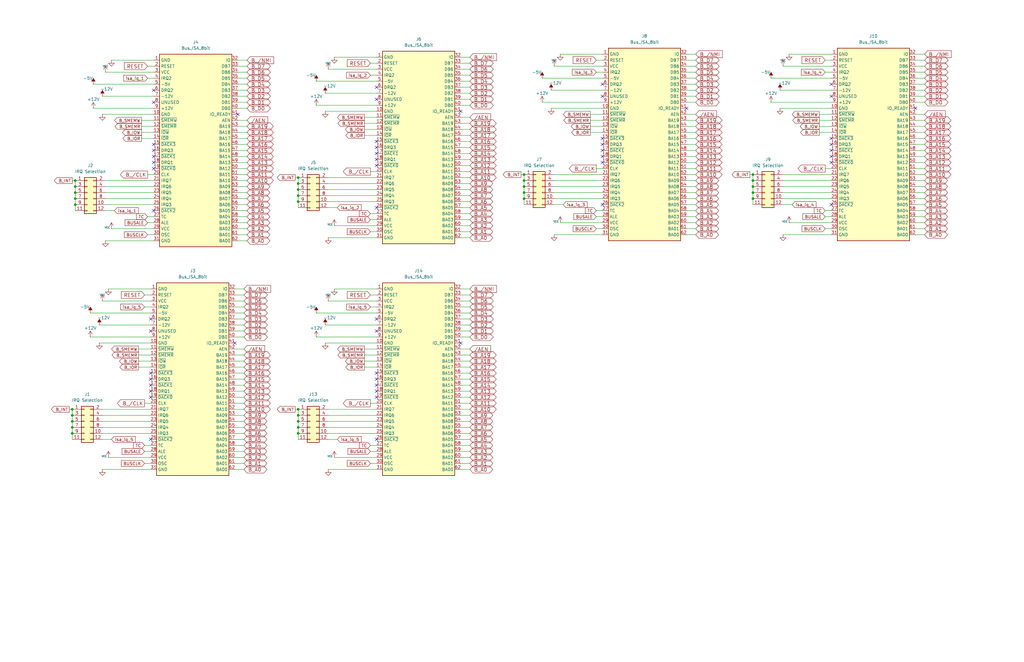
<source format=kicad_sch>
(kicad_sch (version 20250114) (generator "eeschema") (generator_version "9.0")
  (paper "USLedger")
  (title_block (title "6502PC") (date "2025-12-21") (rev "002") (comment 1 "https://github.com/danwerner21/6502PC") (comment 2 "Based on work by Andrew Lynch and John Coffman"))
  (lib_symbols
    (symbol "Connector_Generic:Conn_02x06_Odd_Even" (pin_names (offset 1.016) (hide yes))
      (property "Reference" "J" (at 1.27 7.62 0))
      (property "Value" "Conn_02x06_Odd_Even" (at 1.27 -10.16 0))
      (symbol "Conn_02x06_Odd_Even_1_1"
        (pin passive line (at -5.08 5.08 0) (length 3.81) (name "Pin_1") (number "1"))
        (pin passive line (at -5.08 2.54 0) (length 3.81) (name "Pin_3") (number "3"))
        (pin passive line (at -5.08 0 0) (length 3.81) (name "Pin_5") (number "5"))
        (pin passive line (at -5.08 -2.54 0) (length 3.81) (name "Pin_7") (number "7"))
        (pin passive line (at -5.08 -5.08 0) (length 3.81) (name "Pin_9") (number "9"))
        (pin passive line (at -5.08 -7.62 0) (length 3.81) (name "Pin_11") (number "11"))
        (pin passive line (at 7.62 5.08 180) (length 3.81) (name "Pin_2") (number "2"))
        (pin passive line (at 7.62 2.54 180) (length 3.81) (name "Pin_4") (number "4"))
        (pin passive line (at 7.62 0 180) (length 3.81) (name "Pin_6") (number "6"))
        (pin passive line (at 7.62 -2.54 180) (length 3.81) (name "Pin_8") (number "8"))
        (pin passive line (at 7.62 -5.08 180) (length 3.81) (name "Pin_10") (number "10"))
        (pin passive line (at 7.62 -7.62 180) (length 3.81) (name "Pin_12") (number "12"))
      )
    )
    (symbol "Custom:Bus_ISA_8bit_CUSTOM"
      (property "Reference" "J" (at 0 42.545 0))
      (property "Value" "Bus_ISA_8bit_CUSTOM" (at 0 -42.545 0))
      (symbol "Bus_ISA_8bit_CUSTOM_1_1"
        (pin power_in line (at -17.78 38.1 0) (length 2.54) (name "GND") (number "1"))
        (pin passive line (at -17.78 35.56 0) (length 2.54) (name "RESET") (number "2"))
        (pin power_in line (at -17.78 33.02 0) (length 2.54) (name "VCC") (number "3"))
        (pin passive line (at -17.78 30.48 0) (length 2.54) (name "IRQ2") (number "4"))
        (pin power_in line (at -17.78 27.94 0) (length 2.54) (name "-5V") (number "5"))
        (pin passive line (at -17.78 25.4 0) (length 2.54) (name "DRQ2") (number "6"))
        (pin power_in line (at -17.78 22.86 0) (length 2.54) (name "-12V") (number "7"))
        (pin passive line (at -17.78 20.32 0) (length 2.54) (name "UNUSED") (number "8"))
        (pin power_in line (at -17.78 17.78 0) (length 2.54) (name "+12V") (number "9"))
        (pin power_in line (at -17.78 15.24 0) (length 2.54) (name "GND") (number "10"))
        (pin bidirectional line (at -17.78 12.7 0) (length 2.54) (name "~{SMEMW}") (number "11"))
        (pin bidirectional line (at -17.78 10.16 0) (length 2.54) (name "~{SMEMR}") (number "12"))
        (pin bidirectional line (at -17.78 7.62 0) (length 2.54) (name "~{IOW}") (number "13"))
        (pin bidirectional line (at -17.78 5.08 0) (length 2.54) (name "~{IOR}") (number "14"))
        (pin passive line (at -17.78 2.54 0) (length 2.54) (name "~{DACK3}") (number "15"))
        (pin passive line (at -17.78 0 0) (length 2.54) (name "DRQ3") (number "16"))
        (pin passive line (at -17.78 -2.54 0) (length 2.54) (name "~{DACK1}") (number "17"))
        (pin passive line (at -17.78 -5.08 0) (length 2.54) (name "DRQ1") (number "18"))
        (pin passive line (at -17.78 -7.62 0) (length 2.54) (name "~{DACK0}") (number "19"))
        (pin bidirectional line (at -17.78 -10.16 0) (length 2.54) (name "CLK") (number "20"))
        (pin passive line (at -17.78 -12.7 0) (length 2.54) (name "IRQ7") (number "21"))
        (pin passive line (at -17.78 -15.24 0) (length 2.54) (name "IRQ6") (number "22"))
        (pin passive line (at -17.78 -17.78 0) (length 2.54) (name "IRQ5") (number "23"))
        (pin passive line (at -17.78 -20.32 0) (length 2.54) (name "IRQ4") (number "24"))
        (pin passive line (at -17.78 -22.86 0) (length 2.54) (name "IRQ3") (number "25"))
        (pin passive line (at -17.78 -25.4 0) (length 2.54) (name "~{DACK2}") (number "26"))
        (pin passive line (at -17.78 -27.94 0) (length 2.54) (name "TC") (number "27"))
        (pin bidirectional line (at -17.78 -30.48 0) (length 2.54) (name "ALE") (number "28"))
        (pin power_in line (at -17.78 -33.02 0) (length 2.54) (name "VCC") (number "29"))
        (pin passive line (at -17.78 -35.56 0) (length 2.54) (name "OSC") (number "30"))
        (pin power_in line (at -17.78 -38.1 0) (length 2.54) (name "GND") (number "31"))
        (pin passive line (at 17.78 38.1 180) (length 2.54) (name "IO") (number "32"))
        (pin tri_state line (at 17.78 35.56 180) (length 2.54) (name "DB7") (number "33"))
        (pin tri_state line (at 17.78 33.02 180) (length 2.54) (name "DB6") (number "34"))
        (pin tri_state line (at 17.78 30.48 180) (length 2.54) (name "DB5") (number "35"))
        (pin tri_state line (at 17.78 27.94 180) (length 2.54) (name "DB4") (number "36"))
        (pin tri_state line (at 17.78 25.4 180) (length 2.54) (name "DB3") (number "37"))
        (pin tri_state line (at 17.78 22.86 180) (length 2.54) (name "DB2") (number "38"))
        (pin tri_state line (at 17.78 20.32 180) (length 2.54) (name "DB1") (number "39"))
        (pin tri_state line (at 17.78 17.78 180) (length 2.54) (name "DB0") (number "40"))
        (pin passive line (at 17.78 15.24 180) (length 2.54) (name "IO_READY") (number "41"))
        (pin output line (at 17.78 12.7 180) (length 2.54) (name "AEN") (number "42"))
        (pin tri_state line (at 17.78 10.16 180) (length 2.54) (name "BA19") (number "43"))
        (pin tri_state line (at 17.78 7.62 180) (length 2.54) (name "BA18") (number "44"))
        (pin tri_state line (at 17.78 5.08 180) (length 2.54) (name "BA17") (number "45"))
        (pin tri_state line (at 17.78 2.54 180) (length 2.54) (name "BA16") (number "46"))
        (pin tri_state line (at 17.78 0 180) (length 2.54) (name "BA15") (number "47"))
        (pin tri_state line (at 17.78 -2.54 180) (length 2.54) (name "BA14") (number "48"))
        (pin tri_state line (at 17.78 -5.08 180) (length 2.54) (name "BA13") (number "49"))
        (pin tri_state line (at 17.78 -7.62 180) (length 2.54) (name "BA12") (number "50"))
        (pin tri_state line (at 17.78 -10.16 180) (length 2.54) (name "BA11") (number "51"))
        (pin tri_state line (at 17.78 -12.7 180) (length 2.54) (name "BA10") (number "52"))
        (pin tri_state line (at 17.78 -15.24 180) (length 2.54) (name "BA09") (number "53"))
        (pin tri_state line (at 17.78 -17.78 180) (length 2.54) (name "BA08") (number "54"))
        (pin tri_state line (at 17.78 -20.32 180) (length 2.54) (name "BA07") (number "55"))
        (pin tri_state line (at 17.78 -22.86 180) (length 2.54) (name "BA06") (number "56"))
        (pin tri_state line (at 17.78 -25.4 180) (length 2.54) (name "BA05") (number "57"))
        (pin tri_state line (at 17.78 -27.94 180) (length 2.54) (name "BA04") (number "58"))
        (pin tri_state line (at 17.78 -30.48 180) (length 2.54) (name "BA03") (number "59"))
        (pin tri_state line (at 17.78 -33.02 180) (length 2.54) (name "BA02") (number "60"))
        (pin tri_state line (at 17.78 -35.56 180) (length 2.54) (name "BA01") (number "61"))
        (pin tri_state line (at 17.78 -38.1 180) (length 2.54) (name "BA00") (number "62"))
      )
    )
    (symbol "power:+12V" (power) (pin_numbers (hide yes)) (pin_names (offset 0) (hide yes))
      (property "Value" "+12V" (at 0 3.556 0))
      (symbol "+12V_1_1"
        (pin power_in line (at 0 0 90) (length 0) (name "~") (number "1"))
      )
    )
    (symbol "power:-12V" (power) (pin_numbers (hide yes)) (pin_names (offset 0) (hide yes))
      (property "Value" "-12V" (at 0 3.556 0))
      (symbol "-12V_0_0"
        (pin power_in line (at 0 0 90) (length 0) (name "~") (number "1"))
      )
    )
    (symbol "power:-5V" (power) (pin_numbers (hide yes)) (pin_names (offset 0) (hide yes))
      (property "Value" "-5V" (at 0 3.556 0))
      (symbol "-5V_0_0"
        (pin power_in line (at 0 0 90) (length 0) (name "~") (number "1"))
      )
    )
    (symbol "power:GND" (power) (pin_numbers (hide yes)) (pin_names (offset 0) (hide yes))
      (property "Value" "GND" (at 0 -3.81 0))
      (symbol "GND_1_1"
        (pin power_in line (at 0 0 270) (length 0) (name "~") (number "1"))
      )
    )
    (symbol "power:VCC" (power) (pin_numbers (hide yes)) (pin_names (offset 0) (hide yes))
      (property "Value" "VCC" (at 0 3.556 0))
      (symbol "VCC_1_1"
        (pin power_in line (at 0 0 90) (length 0) (name "~") (number "1"))
      )
    )
  )
  (junction (at 220.98 76.2))
  (junction (at 30.48 180.34))
  (junction (at 30.48 177.8))
  (junction (at 317.5 76.2))
  (junction (at 125.73 180.34))
  (junction (at 220.98 81.28))
  (junction (at 317.5 83.82))
  (junction (at 125.73 77.47))
  (junction (at 30.48 172.72))
  (junction (at 125.73 74.93))
  (junction (at 125.73 175.26))
  (junction (at 30.48 182.88))
  (junction (at 220.98 73.66))
  (junction (at 317.5 81.28))
  (junction (at 125.73 80.01))
  (junction (at 220.98 83.82))
  (junction (at 317.5 78.74))
  (junction (at 125.73 82.55))
  (junction (at 125.73 85.09))
  (junction (at 31.75 83.82))
  (junction (at 125.73 177.8))
  (junction (at 317.5 73.66))
  (junction (at 31.75 81.28))
  (junction (at 31.75 78.74))
  (junction (at 31.75 76.2))
  (junction (at 30.48 175.26))
  (junction (at 220.98 78.74))
  (junction (at 125.73 182.88))
  (junction (at 125.73 172.72))
  (junction (at 31.75 86.36))
  (no_connect (at 350.52 40.64))
  (no_connect (at 350.52 68.58))
  (no_connect (at 158.75 185.42))
  (no_connect (at 63.5 165.1))
  (no_connect (at 158.75 139.7))
  (no_connect (at 158.75 134.62))
  (no_connect (at 350.52 60.96))
  (no_connect (at 254 63.5))
  (no_connect (at 350.52 63.5))
  (no_connect (at 64.77 71.12))
  (no_connect (at 63.5 134.62))
  (no_connect (at 254 35.56))
  (no_connect (at 64.77 60.96))
  (no_connect (at 254 68.58))
  (no_connect (at 350.52 66.04))
  (no_connect (at 158.75 165.1))
  (no_connect (at 158.75 67.31))
  (no_connect (at 350.52 35.56))
  (no_connect (at 254 66.04))
  (no_connect (at 63.5 162.56))
  (no_connect (at 99.06 144.78))
  (no_connect (at 158.75 69.85))
  (no_connect (at 158.75 157.48))
  (no_connect (at 254 58.42))
  (no_connect (at 158.75 87.63))
  (no_connect (at 64.77 43.18))
  (no_connect (at 158.75 62.23))
  (no_connect (at 158.75 160.02))
  (no_connect (at 386.08 45.72))
  (no_connect (at 158.75 41.91))
  (no_connect (at 194.31 46.99))
  (no_connect (at 64.77 88.9))
  (no_connect (at 350.52 86.36))
  (no_connect (at 158.75 64.77))
  (no_connect (at 158.75 59.69))
  (no_connect (at 158.75 162.56))
  (no_connect (at 63.5 157.48))
  (no_connect (at 158.75 167.64))
  (no_connect (at 63.5 185.42))
  (no_connect (at 194.31 144.78))
  (no_connect (at 64.77 38.1))
  (no_connect (at 350.52 58.42))
  (no_connect (at 289.56 45.72))
  (no_connect (at 254 60.96))
  (no_connect (at 158.75 36.83))
  (no_connect (at 254 40.64))
  (no_connect (at 63.5 167.64))
  (no_connect (at 63.5 160.02))
  (no_connect (at 64.77 68.58))
  (no_connect (at 63.5 139.7))
  (no_connect (at 254 86.36))
  (no_connect (at 64.77 66.04))
  (no_connect (at 100.33 48.26))
  (no_connect (at 64.77 63.5))
  (wire (pts (xy 220.98 76.2) (xy 220.98 78.74)))
  (wire (pts (xy 232.41 38.1) (xy 254 38.1)))
  (wire (pts (xy 138.43 87.63) (xy 142.24 87.63)))
  (wire (pts (xy 58.42 149.86) (xy 63.5 149.86)))
  (wire (pts (xy 156.21 72.39) (xy 158.75 72.39)))
  (wire (pts (xy 194.31 185.42) (xy 198.12 185.42)))
  (wire (pts (xy 289.56 81.28) (xy 293.37 81.28)))
  (wire (pts (xy 220.98 78.74) (xy 220.98 81.28)))
  (wire (pts (xy 99.06 193.04) (xy 102.87 193.04)))
  (wire (pts (xy 100.33 99.06) (xy 104.14 99.06)))
  (wire (pts (xy 194.31 49.53) (xy 198.12 49.53)))
  (wire (pts (xy 289.56 78.74) (xy 293.37 78.74)))
  (wire (pts (xy 194.31 44.45) (xy 198.12 44.45)))
  (wire (pts (xy 31.75 83.82) (xy 31.75 86.36)))
  (wire (pts (xy 236.22 22.86) (xy 254 22.86)))
  (wire (pts (xy 62.23 91.44) (xy 64.77 91.44)))
  (wire (pts (xy 99.06 167.64) (xy 102.87 167.64)))
  (wire (pts (xy 31.75 76.2) (xy 31.75 78.74)))
  (wire (pts (xy 228.6 33.02) (xy 254 33.02)))
  (wire (pts (xy 100.33 93.98) (xy 104.14 93.98)))
  (wire (pts (xy 194.31 142.24) (xy 198.12 142.24)))
  (wire (pts (xy 43.18 48.26) (xy 64.77 48.26)))
  (wire (pts (xy 194.31 69.85) (xy 198.12 69.85)))
  (wire (pts (xy 289.56 71.12) (xy 293.37 71.12)))
  (wire (pts (xy 138.43 74.93) (xy 158.75 74.93)))
  (wire (pts (xy 100.33 30.48) (xy 104.14 30.48)))
  (wire (pts (xy 58.42 154.94) (xy 63.5 154.94)))
  (wire (pts (xy 58.42 147.32) (xy 63.5 147.32)))
  (wire (pts (xy 233.68 27.94) (xy 254 27.94)))
  (wire (pts (xy 100.33 71.12) (xy 104.14 71.12)))
  (wire (pts (xy 386.08 60.96) (xy 389.89 60.96)))
  (wire (pts (xy 328.93 38.1) (xy 350.52 38.1)))
  (wire (pts (xy 194.31 92.71) (xy 198.12 92.71)))
  (wire (pts (xy 386.08 63.5) (xy 389.89 63.5)))
  (wire (pts (xy 194.31 152.4) (xy 198.12 152.4)))
  (wire (pts (xy 251.46 71.12) (xy 254 71.12)))
  (wire (pts (xy 194.31 195.58) (xy 198.12 195.58)))
  (wire (pts (xy 194.31 34.29) (xy 198.12 34.29)))
  (wire (pts (xy 194.31 31.75) (xy 198.12 31.75)))
  (wire (pts (xy 59.69 50.8) (xy 64.77 50.8)))
  (wire (pts (xy 100.33 76.2) (xy 104.14 76.2)))
  (wire (pts (xy 289.56 86.36) (xy 293.37 86.36)))
  (wire (pts (xy 194.31 26.67) (xy 198.12 26.67)))
  (wire (pts (xy 41.91 144.78) (xy 63.5 144.78)))
  (wire (pts (xy 194.31 82.55) (xy 198.12 82.55)))
  (wire (pts (xy 43.18 198.12) (xy 63.5 198.12)))
  (wire (pts (xy 138.43 77.47) (xy 158.75 77.47)))
  (wire (pts (xy 386.08 40.64) (xy 389.89 40.64)))
  (wire (pts (xy 99.06 182.88) (xy 102.87 182.88)))
  (wire (pts (xy 100.33 83.82) (xy 104.14 83.82)))
  (wire (pts (xy 30.48 76.2) (xy 31.75 76.2)))
  (wire (pts (xy 386.08 22.86) (xy 389.89 22.86)))
  (wire (pts (xy 345.44 50.8) (xy 350.52 50.8)))
  (wire (pts (xy 140.97 121.92) (xy 158.75 121.92)))
  (wire (pts (xy 100.33 86.36) (xy 104.14 86.36)))
  (wire (pts (xy 44.45 81.28) (xy 64.77 81.28)))
  (wire (pts (xy 153.67 54.61) (xy 158.75 54.61)))
  (wire (pts (xy 156.21 26.67) (xy 158.75 26.67)))
  (wire (pts (xy 386.08 86.36) (xy 389.89 86.36)))
  (wire (pts (xy 124.46 74.93) (xy 125.73 74.93)))
  (wire (pts (xy 289.56 48.26) (xy 293.37 48.26)))
  (wire (pts (xy 100.33 101.6) (xy 104.14 101.6)))
  (wire (pts (xy 100.33 43.18) (xy 104.14 43.18)))
  (wire (pts (xy 347.98 91.44) (xy 350.52 91.44)))
  (wire (pts (xy 44.45 78.74) (xy 64.77 78.74)))
  (wire (pts (xy 194.31 87.63) (xy 198.12 87.63)))
  (wire (pts (xy 289.56 76.2) (xy 293.37 76.2)))
  (wire (pts (xy 194.31 167.64) (xy 198.12 167.64)))
  (wire (pts (xy 125.73 82.55) (xy 125.73 85.09)))
  (wire (pts (xy 99.06 152.4) (xy 102.87 152.4)))
  (wire (pts (xy 330.2 86.36) (xy 334.01 86.36)))
  (wire (pts (xy 194.31 134.62) (xy 198.12 134.62)))
  (wire (pts (xy 43.18 185.42) (xy 46.99 185.42)))
  (wire (pts (xy 194.31 85.09) (xy 198.12 85.09)))
  (wire (pts (xy 289.56 55.88) (xy 293.37 55.88)))
  (wire (pts (xy 194.31 72.39) (xy 198.12 72.39)))
  (wire (pts (xy 289.56 43.18) (xy 293.37 43.18)))
  (wire (pts (xy 100.33 91.44) (xy 104.14 91.44)))
  (wire (pts (xy 45.72 121.92) (xy 63.5 121.92)))
  (wire (pts (xy 138.43 82.55) (xy 158.75 82.55)))
  (wire (pts (xy 317.5 76.2) (xy 317.5 78.74)))
  (wire (pts (xy 156.21 195.58) (xy 158.75 195.58)))
  (wire (pts (xy 194.31 59.69) (xy 198.12 59.69)))
  (wire (pts (xy 251.46 88.9) (xy 254 88.9)))
  (wire (pts (xy 289.56 99.06) (xy 293.37 99.06)))
  (wire (pts (xy 30.48 177.8) (xy 30.48 180.34)))
  (wire (pts (xy 194.31 100.33) (xy 198.12 100.33)))
  (wire (pts (xy 386.08 25.4) (xy 389.89 25.4)))
  (wire (pts (xy 194.31 39.37) (xy 198.12 39.37)))
  (wire (pts (xy 386.08 66.04) (xy 389.89 66.04)))
  (wire (pts (xy 99.06 177.8) (xy 102.87 177.8)))
  (wire (pts (xy 44.45 76.2) (xy 64.77 76.2)))
  (wire (pts (xy 99.06 160.02) (xy 102.87 160.02)))
  (wire (pts (xy 194.31 41.91) (xy 198.12 41.91)))
  (wire (pts (xy 100.33 68.58) (xy 104.14 68.58)))
  (wire (pts (xy 386.08 76.2) (xy 389.89 76.2)))
  (wire (pts (xy 194.31 147.32) (xy 198.12 147.32)))
  (wire (pts (xy 31.75 86.36) (xy 31.75 88.9)))
  (wire (pts (xy 289.56 22.86) (xy 293.37 22.86)))
  (wire (pts (xy 99.06 185.42) (xy 102.87 185.42)))
  (wire (pts (xy 156.21 124.46) (xy 158.75 124.46)))
  (wire (pts (xy 138.43 175.26) (xy 158.75 175.26)))
  (wire (pts (xy 100.33 96.52) (xy 104.14 96.52)))
  (wire (pts (xy 248.92 48.26) (xy 254 48.26)))
  (wire (pts (xy 153.67 152.4) (xy 158.75 152.4)))
  (wire (pts (xy 99.06 162.56) (xy 102.87 162.56)))
  (wire (pts (xy 289.56 73.66) (xy 293.37 73.66)))
  (wire (pts (xy 100.33 50.8) (xy 104.14 50.8)))
  (wire (pts (xy 194.31 177.8) (xy 198.12 177.8)))
  (wire (pts (xy 316.23 73.66) (xy 317.5 73.66)))
  (wire (pts (xy 43.18 180.34) (xy 63.5 180.34)))
  (wire (pts (xy 386.08 99.06) (xy 389.89 99.06)))
  (wire (pts (xy 153.67 57.15) (xy 158.75 57.15)))
  (wire (pts (xy 156.21 90.17) (xy 158.75 90.17)))
  (wire (pts (xy 133.35 132.08) (xy 158.75 132.08)))
  (wire (pts (xy 43.18 182.88) (xy 63.5 182.88)))
  (wire (pts (xy 59.69 53.34) (xy 64.77 53.34)))
  (wire (pts (xy 330.2 78.74) (xy 350.52 78.74)))
  (wire (pts (xy 194.31 187.96) (xy 198.12 187.96)))
  (wire (pts (xy 194.31 175.26) (xy 198.12 175.26)))
  (wire (pts (xy 332.74 22.86) (xy 350.52 22.86)))
  (wire (pts (xy 59.69 58.42) (xy 64.77 58.42)))
  (wire (pts (xy 194.31 62.23) (xy 198.12 62.23)))
  (wire (pts (xy 289.56 58.42) (xy 293.37 58.42)))
  (wire (pts (xy 233.68 73.66) (xy 254 73.66)))
  (wire (pts (xy 289.56 60.96) (xy 293.37 60.96)))
  (wire (pts (xy 138.43 185.42) (xy 142.24 185.42)))
  (wire (pts (xy 133.35 44.45) (xy 158.75 44.45)))
  (wire (pts (xy 289.56 25.4) (xy 293.37 25.4)))
  (wire (pts (xy 43.18 127) (xy 63.5 127)))
  (wire (pts (xy 251.46 30.48) (xy 254 30.48)))
  (wire (pts (xy 386.08 38.1) (xy 389.89 38.1)))
  (wire (pts (xy 386.08 73.66) (xy 389.89 73.66)))
  (wire (pts (xy 289.56 38.1) (xy 293.37 38.1)))
  (wire (pts (xy 62.23 73.66) (xy 64.77 73.66)))
  (wire (pts (xy 31.75 81.28) (xy 31.75 83.82)))
  (wire (pts (xy 99.06 187.96) (xy 102.87 187.96)))
  (wire (pts (xy 138.43 100.33) (xy 158.75 100.33)))
  (wire (pts (xy 289.56 63.5) (xy 293.37 63.5)))
  (wire (pts (xy 386.08 33.02) (xy 389.89 33.02)))
  (wire (pts (xy 194.31 172.72) (xy 198.12 172.72)))
  (wire (pts (xy 345.44 53.34) (xy 350.52 53.34)))
  (wire (pts (xy 140.97 193.04) (xy 158.75 193.04)))
  (wire (pts (xy 248.92 55.88) (xy 254 55.88)))
  (wire (pts (xy 60.96 129.54) (xy 63.5 129.54)))
  (wire (pts (xy 194.31 121.92) (xy 198.12 121.92)))
  (wire (pts (xy 99.06 180.34) (xy 102.87 180.34)))
  (wire (pts (xy 138.43 172.72) (xy 158.75 172.72)))
  (wire (pts (xy 330.2 76.2) (xy 350.52 76.2)))
  (wire (pts (xy 100.33 88.9) (xy 104.14 88.9)))
  (wire (pts (xy 99.06 157.48) (xy 102.87 157.48)))
  (wire (pts (xy 45.72 193.04) (xy 63.5 193.04)))
  (wire (pts (xy 289.56 68.58) (xy 293.37 68.58)))
  (wire (pts (xy 236.22 93.98) (xy 254 93.98)))
  (wire (pts (xy 156.21 92.71) (xy 158.75 92.71)))
  (wire (pts (xy 386.08 83.82) (xy 389.89 83.82)))
  (wire (pts (xy 100.33 53.34) (xy 104.14 53.34)))
  (wire (pts (xy 138.43 177.8) (xy 158.75 177.8)))
  (wire (pts (xy 100.33 33.02) (xy 104.14 33.02)))
  (wire (pts (xy 345.44 48.26) (xy 350.52 48.26)))
  (wire (pts (xy 100.33 60.96) (xy 104.14 60.96)))
  (wire (pts (xy 289.56 93.98) (xy 293.37 93.98)))
  (wire (pts (xy 99.06 124.46) (xy 102.87 124.46)))
  (wire (pts (xy 194.31 149.86) (xy 198.12 149.86)))
  (wire (pts (xy 194.31 90.17) (xy 198.12 90.17)))
  (wire (pts (xy 194.31 182.88) (xy 198.12 182.88)))
  (wire (pts (xy 99.06 198.12) (xy 102.87 198.12)))
  (wire (pts (xy 194.31 198.12) (xy 198.12 198.12)))
  (wire (pts (xy 43.18 172.72) (xy 63.5 172.72)))
  (wire (pts (xy 317.5 73.66) (xy 317.5 76.2)))
  (wire (pts (xy 30.48 172.72) (xy 30.48 175.26)))
  (wire (pts (xy 60.96 190.5) (xy 63.5 190.5)))
  (wire (pts (xy 194.31 129.54) (xy 198.12 129.54)))
  (wire (pts (xy 99.06 129.54) (xy 102.87 129.54)))
  (wire (pts (xy 44.45 101.6) (xy 64.77 101.6)))
  (wire (pts (xy 194.31 36.83) (xy 198.12 36.83)))
  (wire (pts (xy 100.33 35.56) (xy 104.14 35.56)))
  (wire (pts (xy 194.31 190.5) (xy 198.12 190.5)))
  (wire (pts (xy 289.56 40.64) (xy 293.37 40.64)))
  (wire (pts (xy 125.73 177.8) (xy 125.73 180.34)))
  (wire (pts (xy 138.43 29.21) (xy 158.75 29.21)))
  (wire (pts (xy 194.31 157.48) (xy 198.12 157.48)))
  (wire (pts (xy 194.31 165.1) (xy 198.12 165.1)))
  (wire (pts (xy 46.99 96.52) (xy 64.77 96.52)))
  (wire (pts (xy 60.96 187.96) (xy 63.5 187.96)))
  (wire (pts (xy 156.21 190.5) (xy 158.75 190.5)))
  (wire (pts (xy 330.2 99.06) (xy 350.52 99.06)))
  (wire (pts (xy 39.37 45.72) (xy 64.77 45.72)))
  (wire (pts (xy 386.08 48.26) (xy 389.89 48.26)))
  (wire (pts (xy 100.33 66.04) (xy 104.14 66.04)))
  (wire (pts (xy 194.31 137.16) (xy 198.12 137.16)))
  (wire (pts (xy 289.56 91.44) (xy 293.37 91.44)))
  (wire (pts (xy 99.06 149.86) (xy 102.87 149.86)))
  (wire (pts (xy 125.73 85.09) (xy 125.73 87.63)))
  (wire (pts (xy 99.06 154.94) (xy 102.87 154.94)))
  (wire (pts (xy 248.92 53.34) (xy 254 53.34)))
  (wire (pts (xy 125.73 77.47) (xy 125.73 80.01)))
  (wire (pts (xy 140.97 95.25) (xy 158.75 95.25)))
  (wire (pts (xy 194.31 154.94) (xy 198.12 154.94)))
  (wire (pts (xy 100.33 58.42) (xy 104.14 58.42)))
  (wire (pts (xy 194.31 64.77) (xy 198.12 64.77)))
  (wire (pts (xy 289.56 53.34) (xy 293.37 53.34)))
  (wire (pts (xy 194.31 67.31) (xy 198.12 67.31)))
  (wire (pts (xy 38.1 132.08) (xy 63.5 132.08)))
  (wire (pts (xy 99.06 195.58) (xy 102.87 195.58)))
  (wire (pts (xy 99.06 127) (xy 102.87 127)))
  (wire (pts (xy 330.2 73.66) (xy 350.52 73.66)))
  (wire (pts (xy 138.43 182.88) (xy 158.75 182.88)))
  (wire (pts (xy 328.93 45.72) (xy 350.52 45.72)))
  (wire (pts (xy 100.33 27.94) (xy 104.14 27.94)))
  (wire (pts (xy 58.42 152.4) (xy 63.5 152.4)))
  (wire (pts (xy 219.71 73.66) (xy 220.98 73.66)))
  (wire (pts (xy 194.31 29.21) (xy 198.12 29.21)))
  (wire (pts (xy 137.16 46.99) (xy 158.75 46.99)))
  (wire (pts (xy 38.1 142.24) (xy 63.5 142.24)))
  (wire (pts (xy 100.33 40.64) (xy 104.14 40.64)))
  (wire (pts (xy 100.33 25.4) (xy 104.14 25.4)))
  (wire (pts (xy 194.31 160.02) (xy 198.12 160.02)))
  (wire (pts (xy 153.67 149.86) (xy 158.75 149.86)))
  (wire (pts (xy 194.31 139.7) (xy 198.12 139.7)))
  (wire (pts (xy 99.06 190.5) (xy 102.87 190.5)))
  (wire (pts (xy 99.06 137.16) (xy 102.87 137.16)))
  (wire (pts (xy 289.56 50.8) (xy 293.37 50.8)))
  (wire (pts (xy 44.45 30.48) (xy 64.77 30.48)))
  (wire (pts (xy 100.33 73.66) (xy 104.14 73.66)))
  (wire (pts (xy 62.23 27.94) (xy 64.77 27.94)))
  (wire (pts (xy 137.16 144.78) (xy 158.75 144.78)))
  (wire (pts (xy 100.33 63.5) (xy 104.14 63.5)))
  (wire (pts (xy 251.46 96.52) (xy 254 96.52)))
  (wire (pts (xy 99.06 139.7) (xy 102.87 139.7)))
  (wire (pts (xy 194.31 95.25) (xy 198.12 95.25)))
  (wire (pts (xy 125.73 172.72) (xy 125.73 175.26)))
  (wire (pts (xy 220.98 83.82) (xy 220.98 86.36)))
  (wire (pts (xy 232.41 45.72) (xy 254 45.72)))
  (wire (pts (xy 100.33 45.72) (xy 104.14 45.72)))
  (wire (pts (xy 30.48 180.34) (xy 30.48 182.88)))
  (wire (pts (xy 44.45 88.9) (xy 48.26 88.9)))
  (wire (pts (xy 153.67 49.53) (xy 158.75 49.53)))
  (wire (pts (xy 125.73 182.88) (xy 125.73 185.42)))
  (wire (pts (xy 44.45 83.82) (xy 64.77 83.82)))
  (wire (pts (xy 153.67 154.94) (xy 158.75 154.94)))
  (wire (pts (xy 194.31 77.47) (xy 198.12 77.47)))
  (wire (pts (xy 386.08 88.9) (xy 389.89 88.9)))
  (wire (pts (xy 289.56 66.04) (xy 293.37 66.04)))
  (wire (pts (xy 386.08 81.28) (xy 389.89 81.28)))
  (wire (pts (xy 347.98 71.12) (xy 350.52 71.12)))
  (wire (pts (xy 233.68 78.74) (xy 254 78.74)))
  (wire (pts (xy 386.08 27.94) (xy 389.89 27.94)))
  (wire (pts (xy 60.96 195.58) (xy 63.5 195.58)))
  (wire (pts (xy 125.73 175.26) (xy 125.73 177.8)))
  (wire (pts (xy 153.67 147.32) (xy 158.75 147.32)))
  (wire (pts (xy 386.08 91.44) (xy 389.89 91.44)))
  (wire (pts (xy 347.98 25.4) (xy 350.52 25.4)))
  (wire (pts (xy 289.56 88.9) (xy 293.37 88.9)))
  (wire (pts (xy 194.31 162.56) (xy 198.12 162.56)))
  (wire (pts (xy 100.33 78.74) (xy 104.14 78.74)))
  (wire (pts (xy 233.68 99.06) (xy 254 99.06)))
  (wire (pts (xy 289.56 33.02) (xy 293.37 33.02)))
  (wire (pts (xy 386.08 71.12) (xy 389.89 71.12)))
  (wire (pts (xy 289.56 96.52) (xy 293.37 96.52)))
  (wire (pts (xy 228.6 43.18) (xy 254 43.18)))
  (wire (pts (xy 386.08 53.34) (xy 389.89 53.34)))
  (wire (pts (xy 156.21 97.79) (xy 158.75 97.79)))
  (wire (pts (xy 100.33 55.88) (xy 104.14 55.88)))
  (wire (pts (xy 194.31 52.07) (xy 198.12 52.07)))
  (wire (pts (xy 137.16 39.37) (xy 158.75 39.37)))
  (wire (pts (xy 31.75 78.74) (xy 31.75 81.28)))
  (wire (pts (xy 386.08 78.74) (xy 389.89 78.74)))
  (wire (pts (xy 99.06 172.72) (xy 102.87 172.72)))
  (wire (pts (xy 386.08 93.98) (xy 389.89 93.98)))
  (wire (pts (xy 99.06 165.1) (xy 102.87 165.1)))
  (wire (pts (xy 220.98 73.66) (xy 220.98 76.2)))
  (wire (pts (xy 317.5 78.74) (xy 317.5 81.28)))
  (wire (pts (xy 345.44 55.88) (xy 350.52 55.88)))
  (wire (pts (xy 194.31 180.34) (xy 198.12 180.34)))
  (wire (pts (xy 194.31 57.15) (xy 198.12 57.15)))
  (wire (pts (xy 317.5 81.28) (xy 317.5 83.82)))
  (wire (pts (xy 99.06 170.18) (xy 102.87 170.18)))
  (wire (pts (xy 347.98 30.48) (xy 350.52 30.48)))
  (wire (pts (xy 386.08 68.58) (xy 389.89 68.58)))
  (wire (pts (xy 233.68 81.28) (xy 254 81.28)))
  (wire (pts (xy 99.06 121.92) (xy 102.87 121.92)))
  (wire (pts (xy 44.45 86.36) (xy 64.77 86.36)))
  (wire (pts (xy 289.56 30.48) (xy 293.37 30.48)))
  (wire (pts (xy 43.18 175.26) (xy 63.5 175.26)))
  (wire (pts (xy 138.43 80.01) (xy 158.75 80.01)))
  (wire (pts (xy 248.92 50.8) (xy 254 50.8)))
  (wire (pts (xy 194.31 54.61) (xy 198.12 54.61)))
  (wire (pts (xy 138.43 127) (xy 158.75 127)))
  (wire (pts (xy 386.08 43.18) (xy 389.89 43.18)))
  (wire (pts (xy 325.12 43.18) (xy 350.52 43.18)))
  (wire (pts (xy 194.31 97.79) (xy 198.12 97.79)))
  (wire (pts (xy 386.08 30.48) (xy 389.89 30.48)))
  (wire (pts (xy 43.18 177.8) (xy 63.5 177.8)))
  (wire (pts (xy 124.46 172.72) (xy 125.73 172.72)))
  (wire (pts (xy 289.56 35.56) (xy 293.37 35.56)))
  (wire (pts (xy 62.23 99.06) (xy 64.77 99.06)))
  (wire (pts (xy 138.43 180.34) (xy 158.75 180.34)))
  (wire (pts (xy 233.68 76.2) (xy 254 76.2)))
  (wire (pts (xy 140.97 24.13) (xy 158.75 24.13)))
  (wire (pts (xy 29.21 172.72) (xy 30.48 172.72)))
  (wire (pts (xy 386.08 35.56) (xy 389.89 35.56)))
  (wire (pts (xy 332.74 93.98) (xy 350.52 93.98)))
  (wire (pts (xy 233.68 83.82) (xy 254 83.82)))
  (wire (pts (xy 99.06 134.62) (xy 102.87 134.62)))
  (wire (pts (xy 156.21 187.96) (xy 158.75 187.96)))
  (wire (pts (xy 194.31 193.04) (xy 198.12 193.04)))
  (wire (pts (xy 220.98 81.28) (xy 220.98 83.82)))
  (wire (pts (xy 125.73 180.34) (xy 125.73 182.88)))
  (wire (pts (xy 251.46 91.44) (xy 254 91.44)))
  (wire (pts (xy 386.08 50.8) (xy 389.89 50.8)))
  (wire (pts (xy 330.2 27.94) (xy 350.52 27.94)))
  (wire (pts (xy 125.73 74.93) (xy 125.73 77.47)))
  (wire (pts (xy 330.2 81.28) (xy 350.52 81.28)))
  (wire (pts (xy 62.23 33.02) (xy 64.77 33.02)))
  (wire (pts (xy 194.31 124.46) (xy 198.12 124.46)))
  (wire (pts (xy 153.67 52.07) (xy 158.75 52.07)))
  (wire (pts (xy 137.16 137.16) (xy 158.75 137.16)))
  (wire (pts (xy 43.18 40.64) (xy 64.77 40.64)))
  (wire (pts (xy 194.31 127) (xy 198.12 127)))
  (wire (pts (xy 39.37 35.56) (xy 64.77 35.56)))
  (wire (pts (xy 386.08 58.42) (xy 389.89 58.42)))
  (wire (pts (xy 100.33 38.1) (xy 104.14 38.1)))
  (wire (pts (xy 30.48 175.26) (xy 30.48 177.8)))
  (wire (pts (xy 317.5 83.82) (xy 317.5 86.36)))
  (wire (pts (xy 99.06 147.32) (xy 102.87 147.32)))
  (wire (pts (xy 99.06 132.08) (xy 102.87 132.08)))
  (wire (pts (xy 251.46 25.4) (xy 254 25.4)))
  (wire (pts (xy 60.96 124.46) (xy 63.5 124.46)))
  (wire (pts (xy 59.69 55.88) (xy 64.77 55.88)))
  (wire (pts (xy 386.08 55.88) (xy 389.89 55.88)))
  (wire (pts (xy 156.21 31.75) (xy 158.75 31.75)))
  (wire (pts (xy 100.33 81.28) (xy 104.14 81.28)))
  (wire (pts (xy 194.31 170.18) (xy 198.12 170.18)))
  (wire (pts (xy 289.56 83.82) (xy 293.37 83.82)))
  (wire (pts (xy 194.31 74.93) (xy 198.12 74.93)))
  (wire (pts (xy 46.99 25.4) (xy 64.77 25.4)))
  (wire (pts (xy 138.43 85.09) (xy 158.75 85.09)))
  (wire (pts (xy 325.12 33.02) (xy 350.52 33.02)))
  (wire (pts (xy 156.21 129.54) (xy 158.75 129.54)))
  (wire (pts (xy 194.31 132.08) (xy 198.12 132.08)))
  (wire (pts (xy 347.98 88.9) (xy 350.52 88.9)))
  (wire (pts (xy 60.96 170.18) (xy 63.5 170.18)))
  (wire (pts (xy 330.2 83.82) (xy 350.52 83.82)))
  (wire (pts (xy 194.31 80.01) (xy 198.12 80.01)))
  (wire (pts (xy 386.08 96.52) (xy 389.89 96.52)))
  (wire (pts (xy 289.56 27.94) (xy 293.37 27.94)))
  (wire (pts (xy 62.23 93.98) (xy 64.77 93.98)))
  (wire (pts (xy 125.73 80.01) (xy 125.73 82.55)))
  (wire (pts (xy 156.21 170.18) (xy 158.75 170.18)))
  (wire (pts (xy 233.68 86.36) (xy 237.49 86.36)))
  (wire (pts (xy 347.98 96.52) (xy 350.52 96.52)))
  (wire (pts (xy 99.06 175.26) (xy 102.87 175.26)))
  (wire (pts (xy 133.35 142.24) (xy 158.75 142.24)))
  (wire (pts (xy 30.48 182.88) (xy 30.48 185.42)))
  (wire (pts (xy 99.06 142.24) (xy 102.87 142.24)))
  (wire (pts (xy 138.43 198.12) (xy 158.75 198.12)))
  (wire (pts (xy 194.31 24.13) (xy 198.12 24.13)))
  (wire (pts (xy 133.35 34.29) (xy 158.75 34.29)))
  (wire (pts (xy 41.91 137.16) (xy 63.5 137.16)))
  (global_label "B_/NMI" (shape input) (at 389.89 22.86 0) (effects (font (size 1.524 1.524))) (property "Intersheetrefs" "${INTERSHEET_REFS}" (effects (hide yes))))
  (global_label "B_INT" (shape output) (at 124.46 74.93 180) (property "Intersheetrefs" "${INTERSHEET_REFS}" (effects (hide yes))))
  (global_label "B_SMEMR" (shape output) (at 153.67 52.07 180) (property "Intersheetrefs" "${INTERSHEET_REFS}" (effects (hide yes))))
  (global_label "TC" (shape input) (at 156.21 90.17 180) (property "Intersheetrefs" "${INTERSHEET_REFS}" (effects (hide yes))))
  (global_label "B_D3" (shape bidirectional) (at 389.89 35.56 0) (effects (font (size 1.524 1.524))) (property "Intersheetrefs" "${INTERSHEET_REFS}" (effects (hide yes))))
  (global_label "B_A14" (shape tri_state) (at 198.12 64.77 0) (effects (font (size 1.524 1.524))) (property "Intersheetrefs" "${INTERSHEET_REFS}" (effects (hide yes))))
  (global_label "B_D0" (shape bidirectional) (at 198.12 44.45 0) (effects (font (size 1.524 1.524))) (property "Intersheetrefs" "${INTERSHEET_REFS}" (effects (hide yes))))
  (global_label "B_SMEMW" (shape output) (at 248.92 48.26 180) (property "Intersheetrefs" "${INTERSHEET_REFS}" (effects (hide yes))))
  (global_label "B_A5" (shape bidirectional) (at 389.89 86.36 0) (effects (font (size 1.524 1.524))) (property "Intersheetrefs" "${INTERSHEET_REFS}" (effects (hide yes))))
  (global_label "B_A6" (shape bidirectional) (at 389.89 83.82 0) (effects (font (size 1.524 1.524))) (property "Intersheetrefs" "${INTERSHEET_REFS}" (effects (hide yes))))
  (global_label "B_A3" (shape bidirectional) (at 198.12 92.71 0) (effects (font (size 1.524 1.524))) (property "Intersheetrefs" "${INTERSHEET_REFS}" (effects (hide yes))))
  (global_label "B_A8" (shape bidirectional) (at 102.87 177.8 0) (effects (font (size 1.524 1.524))) (property "Intersheetrefs" "${INTERSHEET_REFS}" (effects (hide yes))))
  (global_label "B_D4" (shape bidirectional) (at 198.12 132.08 0) (effects (font (size 1.524 1.524))) (property "Intersheetrefs" "${INTERSHEET_REFS}" (effects (hide yes))))
  (global_label "B_A3" (shape bidirectional) (at 389.89 91.44 0) (effects (font (size 1.524 1.524))) (property "Intersheetrefs" "${INTERSHEET_REFS}" (effects (hide yes))))
  (global_label "B_A18" (shape tri_state) (at 102.87 152.4 0) (effects (font (size 1.524 1.524))) (property "Intersheetrefs" "${INTERSHEET_REFS}" (effects (hide yes))))
  (global_label "B_A8" (shape bidirectional) (at 104.14 81.28 0) (effects (font (size 1.524 1.524))) (property "Intersheetrefs" "${INTERSHEET_REFS}" (effects (hide yes))))
  (global_label "B_INT" (shape output) (at 30.48 76.2 180) (property "Intersheetrefs" "${INTERSHEET_REFS}" (effects (hide yes))))
  (global_label "B_A11" (shape tri_state) (at 102.87 170.18 0) (effects (font (size 1.524 1.524))) (property "Intersheetrefs" "${INTERSHEET_REFS}" (effects (hide yes))))
  (global_label "B_A17" (shape tri_state) (at 389.89 55.88 0) (effects (font (size 1.524 1.524))) (property "Intersheetrefs" "${INTERSHEET_REFS}" (effects (hide yes))))
  (global_label "B_A17" (shape tri_state) (at 102.87 154.94 0) (effects (font (size 1.524 1.524))) (property "Intersheetrefs" "${INTERSHEET_REFS}" (effects (hide yes))))
  (global_label "B_SMEMR" (shape output) (at 59.69 53.34 180) (property "Intersheetrefs" "${INTERSHEET_REFS}" (effects (hide yes))))
  (global_label "B_A7" (shape bidirectional) (at 102.87 180.34 0) (effects (font (size 1.524 1.524))) (property "Intersheetrefs" "${INTERSHEET_REFS}" (effects (hide yes))))
  (global_label "B_IOW" (shape output) (at 248.92 53.34 180) (property "Intersheetrefs" "${INTERSHEET_REFS}" (effects (hide yes))))
  (global_label "B_A11" (shape tri_state) (at 198.12 170.18 0) (effects (font (size 1.524 1.524))) (property "Intersheetrefs" "${INTERSHEET_REFS}" (effects (hide yes))))
  (global_label "B_D2" (shape bidirectional) (at 293.37 38.1 0) (effects (font (size 1.524 1.524))) (property "Intersheetrefs" "${INTERSHEET_REFS}" (effects (hide yes))))
  (global_label "B_D1" (shape bidirectional) (at 102.87 139.7 0) (effects (font (size 1.524 1.524))) (property "Intersheetrefs" "${INTERSHEET_REFS}" (effects (hide yes))))
  (global_label "isa_iq_2" (shape input) (at 142.24 87.63 0) (property "Intersheetrefs" "${INTERSHEET_REFS}" (effects (hide yes))))
  (global_label "B_D5" (shape bidirectional) (at 198.12 129.54 0) (effects (font (size 1.524 1.524))) (property "Intersheetrefs" "${INTERSHEET_REFS}" (effects (hide yes))))
  (global_label "B_A2" (shape bidirectional) (at 104.14 96.52 0) (effects (font (size 1.524 1.524))) (property "Intersheetrefs" "${INTERSHEET_REFS}" (effects (hide yes))))
  (global_label "B_D3" (shape bidirectional) (at 198.12 134.62 0) (effects (font (size 1.524 1.524))) (property "Intersheetrefs" "${INTERSHEET_REFS}" (effects (hide yes))))
  (global_label "B_A10" (shape tri_state) (at 389.89 73.66 0) (effects (font (size 1.524 1.524))) (property "Intersheetrefs" "${INTERSHEET_REFS}" (effects (hide yes))))
  (global_label "BUSCLK" (shape input) (at 62.23 99.06 180) (property "Intersheetrefs" "${INTERSHEET_REFS}" (effects (hide yes))))
  (global_label "B_A13" (shape tri_state) (at 389.89 66.04 0) (effects (font (size 1.524 1.524))) (property "Intersheetrefs" "${INTERSHEET_REFS}" (effects (hide yes))))
  (global_label "B_D4" (shape bidirectional) (at 102.87 132.08 0) (effects (font (size 1.524 1.524))) (property "Intersheetrefs" "${INTERSHEET_REFS}" (effects (hide yes))))
  (global_label "B_A0" (shape bidirectional) (at 104.14 101.6 0) (effects (font (size 1.524 1.524))) (property "Intersheetrefs" "${INTERSHEET_REFS}" (effects (hide yes))))
  (global_label "B_A13" (shape tri_state) (at 198.12 165.1 0) (effects (font (size 1.524 1.524))) (property "Intersheetrefs" "${INTERSHEET_REFS}" (effects (hide yes))))
  (global_label "B_A4" (shape bidirectional) (at 102.87 187.96 0) (effects (font (size 1.524 1.524))) (property "Intersheetrefs" "${INTERSHEET_REFS}" (effects (hide yes))))
  (global_label "B_A17" (shape tri_state) (at 293.37 55.88 0) (effects (font (size 1.524 1.524))) (property "Intersheetrefs" "${INTERSHEET_REFS}" (effects (hide yes))))
  (global_label "B_D5" (shape bidirectional) (at 293.37 30.48 0) (effects (font (size 1.524 1.524))) (property "Intersheetrefs" "${INTERSHEET_REFS}" (effects (hide yes))))
  (global_label "B_D0" (shape bidirectional) (at 198.12 142.24 0) (effects (font (size 1.524 1.524))) (property "Intersheetrefs" "${INTERSHEET_REFS}" (effects (hide yes))))
  (global_label "B_A15" (shape tri_state) (at 293.37 60.96 0) (effects (font (size 1.524 1.524))) (property "Intersheetrefs" "${INTERSHEET_REFS}" (effects (hide yes))))
  (global_label "B_IOW" (shape output) (at 345.44 53.34 180) (property "Intersheetrefs" "${INTERSHEET_REFS}" (effects (hide yes))))
  (global_label "B_D6" (shape bidirectional) (at 389.89 27.94 0) (effects (font (size 1.524 1.524))) (property "Intersheetrefs" "${INTERSHEET_REFS}" (effects (hide yes))))
  (global_label "B_A16" (shape bidirectional) (at 102.87 157.48 0) (effects (font (size 1.524 1.524))) (property "Intersheetrefs" "${INTERSHEET_REFS}" (effects (hide yes))))
  (global_label "B_A12" (shape tri_state) (at 198.12 167.64 0) (effects (font (size 1.524 1.524))) (property "Intersheetrefs" "${INTERSHEET_REFS}" (effects (hide yes))))
  (global_label "B_D2" (shape bidirectional) (at 102.87 137.16 0) (effects (font (size 1.524 1.524))) (property "Intersheetrefs" "${INTERSHEET_REFS}" (effects (hide yes))))
  (global_label "isa_iq_3" (shape input) (at 237.49 86.36 0) (property "Intersheetrefs" "${INTERSHEET_REFS}" (effects (hide yes))))
  (global_label "B_A15" (shape tri_state) (at 102.87 160.02 0) (effects (font (size 1.524 1.524))) (property "Intersheetrefs" "${INTERSHEET_REFS}" (effects (hide yes))))
  (global_label "B_A9" (shape tri_state) (at 198.12 175.26 0) (effects (font (size 1.524 1.524))) (property "Intersheetrefs" "${INTERSHEET_REFS}" (effects (hide yes))))
  (global_label "isa_iq_4" (shape input) (at 347.98 30.48 180) (property "Intersheetrefs" "${INTERSHEET_REFS}" (effects (hide yes))))
  (global_label "B_A9" (shape tri_state) (at 389.89 76.2 0) (effects (font (size 1.524 1.524))) (property "Intersheetrefs" "${INTERSHEET_REFS}" (effects (hide yes))))
  (global_label "B_A12" (shape tri_state) (at 389.89 68.58 0) (effects (font (size 1.524 1.524))) (property "Intersheetrefs" "${INTERSHEET_REFS}" (effects (hide yes))))
  (global_label "B_A11" (shape tri_state) (at 389.89 71.12 0) (effects (font (size 1.524 1.524))) (property "Intersheetrefs" "${INTERSHEET_REFS}" (effects (hide yes))))
  (global_label "B_D0" (shape bidirectional) (at 389.89 43.18 0) (effects (font (size 1.524 1.524))) (property "Intersheetrefs" "${INTERSHEET_REFS}" (effects (hide yes))))
  (global_label "B_D2" (shape bidirectional) (at 198.12 39.37 0) (effects (font (size 1.524 1.524))) (property "Intersheetrefs" "${INTERSHEET_REFS}" (effects (hide yes))))
  (global_label "B_A15" (shape tri_state) (at 389.89 60.96 0) (effects (font (size 1.524 1.524))) (property "Intersheetrefs" "${INTERSHEET_REFS}" (effects (hide yes))))
  (global_label "B_A0" (shape bidirectional) (at 389.89 99.06 0) (effects (font (size 1.524 1.524))) (property "Intersheetrefs" "${INTERSHEET_REFS}" (effects (hide yes))))
  (global_label "B_IOR" (shape output) (at 153.67 154.94 180) (property "Intersheetrefs" "${INTERSHEET_REFS}" (effects (hide yes))))
  (global_label "B_A8" (shape bidirectional) (at 293.37 78.74 0) (effects (font (size 1.524 1.524))) (property "Intersheetrefs" "${INTERSHEET_REFS}" (effects (hide yes))))
  (global_label "B_A7" (shape bidirectional) (at 198.12 82.55 0) (effects (font (size 1.524 1.524))) (property "Intersheetrefs" "${INTERSHEET_REFS}" (effects (hide yes))))
  (global_label "B_A12" (shape tri_state) (at 198.12 69.85 0) (effects (font (size 1.524 1.524))) (property "Intersheetrefs" "${INTERSHEET_REFS}" (effects (hide yes))))
  (global_label "B_A11" (shape tri_state) (at 104.14 73.66 0) (effects (font (size 1.524 1.524))) (property "Intersheetrefs" "${INTERSHEET_REFS}" (effects (hide yes))))
  (global_label "B_D1" (shape bidirectional) (at 293.37 40.64 0) (effects (font (size 1.524 1.524))) (property "Intersheetrefs" "${INTERSHEET_REFS}" (effects (hide yes))))
  (global_label "B_D7" (shape bidirectional) (at 389.89 25.4 0) (effects (font (size 1.524 1.524))) (property "Intersheetrefs" "${INTERSHEET_REFS}" (effects (hide yes))))
  (global_label "B_A18" (shape tri_state) (at 389.89 53.34 0) (effects (font (size 1.524 1.524))) (property "Intersheetrefs" "${INTERSHEET_REFS}" (effects (hide yes))))
  (global_label "B_/CLK" (shape output) (at 156.21 170.18 180) (effects (font (size 1.524 1.524))) (property "Intersheetrefs" "${INTERSHEET_REFS}" (effects (hide yes))))
  (global_label "B_A0" (shape bidirectional) (at 293.37 99.06 0) (effects (font (size 1.524 1.524))) (property "Intersheetrefs" "${INTERSHEET_REFS}" (effects (hide yes))))
  (global_label "B_D1" (shape bidirectional) (at 198.12 41.91 0) (effects (font (size 1.524 1.524))) (property "Intersheetrefs" "${INTERSHEET_REFS}" (effects (hide yes))))
  (global_label "isa_iq_5" (shape input) (at 60.96 129.54 180) (property "Intersheetrefs" "${INTERSHEET_REFS}" (effects (hide yes))))
  (global_label "BUSALE" (shape input) (at 347.98 91.44 180) (property "Intersheetrefs" "${INTERSHEET_REFS}" (effects (hide yes))))
  (global_label "B_A19" (shape tri_state) (at 293.37 50.8 0) (effects (font (size 1.524 1.524))) (property "Intersheetrefs" "${INTERSHEET_REFS}" (effects (hide yes))))
  (global_label "B_A1" (shape bidirectional) (at 104.14 99.06 0) (effects (font (size 1.524 1.524))) (property "Intersheetrefs" "${INTERSHEET_REFS}" (effects (hide yes))))
  (global_label "B_A16" (shape bidirectional) (at 104.14 60.96 0) (effects (font (size 1.524 1.524))) (property "Intersheetrefs" "${INTERSHEET_REFS}" (effects (hide yes))))
  (global_label "B_IOR" (shape output) (at 345.44 55.88 180) (property "Intersheetrefs" "${INTERSHEET_REFS}" (effects (hide yes))))
  (global_label "B_D3" (shape bidirectional) (at 102.87 134.62 0) (effects (font (size 1.524 1.524))) (property "Intersheetrefs" "${INTERSHEET_REFS}" (effects (hide yes))))
  (global_label "B_INT" (shape output) (at 316.23 73.66 180) (property "Intersheetrefs" "${INTERSHEET_REFS}" (effects (hide yes))))
  (global_label "BUSALE" (shape input) (at 62.23 93.98 180) (property "Intersheetrefs" "${INTERSHEET_REFS}" (effects (hide yes))))
  (global_label "B_/NMI" (shape input) (at 198.12 24.13 0) (effects (font (size 1.524 1.524))) (property "Intersheetrefs" "${INTERSHEET_REFS}" (effects (hide yes))))
  (global_label "B_A2" (shape bidirectional) (at 198.12 193.04 0) (effects (font (size 1.524 1.524))) (property "Intersheetrefs" "${INTERSHEET_REFS}" (effects (hide yes))))
  (global_label "B_SMEMR" (shape output) (at 58.42 149.86 180) (property "Intersheetrefs" "${INTERSHEET_REFS}" (effects (hide yes))))
  (global_label "B_D4" (shape bidirectional) (at 389.89 33.02 0) (effects (font (size 1.524 1.524))) (property "Intersheetrefs" "${INTERSHEET_REFS}" (effects (hide yes))))
  (global_label "B_A19" (shape tri_state) (at 104.14 53.34 0) (effects (font (size 1.524 1.524))) (property "Intersheetrefs" "${INTERSHEET_REFS}" (effects (hide yes))))
  (global_label "B_INT" (shape output) (at 124.46 172.72 180) (property "Intersheetrefs" "${INTERSHEET_REFS}" (effects (hide yes))))
  (global_label "B_A19" (shape tri_state) (at 198.12 52.07 0) (effects (font (size 1.524 1.524))) (property "Intersheetrefs" "${INTERSHEET_REFS}" (effects (hide yes))))
  (global_label "B_/CLK" (shape output) (at 156.21 72.39 180) (effects (font (size 1.524 1.524))) (property "Intersheetrefs" "${INTERSHEET_REFS}" (effects (hide yes))))
  (global_label "B_A7" (shape bidirectional) (at 293.37 81.28 0) (effects (font (size 1.524 1.524))) (property "Intersheetrefs" "${INTERSHEET_REFS}" (effects (hide yes))))
  (global_label "BUSCLK" (shape input) (at 156.21 195.58 180) (property "Intersheetrefs" "${INTERSHEET_REFS}" (effects (hide yes))))
  (global_label "B_A2" (shape bidirectional) (at 102.87 193.04 0) (effects (font (size 1.524 1.524))) (property "Intersheetrefs" "${INTERSHEET_REFS}" (effects (hide yes))))
  (global_label "BUSCLK" (shape input) (at 156.21 97.79 180) (property "Intersheetrefs" "${INTERSHEET_REFS}" (effects (hide yes))))
  (global_label "B_A16" (shape bidirectional) (at 198.12 59.69 0) (effects (font (size 1.524 1.524))) (property "Intersheetrefs" "${INTERSHEET_REFS}" (effects (hide yes))))
  (global_label "B_A14" (shape tri_state) (at 104.14 66.04 0) (effects (font (size 1.524 1.524))) (property "Intersheetrefs" "${INTERSHEET_REFS}" (effects (hide yes))))
  (global_label "BUSCLK" (shape input) (at 347.98 96.52 180) (property "Intersheetrefs" "${INTERSHEET_REFS}" (effects (hide yes))))
  (global_label "B_D3" (shape bidirectional) (at 293.37 35.56 0) (effects (font (size 1.524 1.524))) (property "Intersheetrefs" "${INTERSHEET_REFS}" (effects (hide yes))))
  (global_label "B_D6" (shape bidirectional) (at 198.12 127 0) (effects (font (size 1.524 1.524))) (property "Intersheetrefs" "${INTERSHEET_REFS}" (effects (hide yes))))
  (global_label "B_A12" (shape tri_state) (at 293.37 68.58 0) (effects (font (size 1.524 1.524))) (property "Intersheetrefs" "${INTERSHEET_REFS}" (effects (hide yes))))
  (global_label "B_D2" (shape bidirectional) (at 198.12 137.16 0) (effects (font (size 1.524 1.524))) (property "Intersheetrefs" "${INTERSHEET_REFS}" (effects (hide yes))))
  (global_label "B_IOW" (shape output) (at 59.69 55.88 180) (property "Intersheetrefs" "${INTERSHEET_REFS}" (effects (hide yes))))
  (global_label "B_D1" (shape bidirectional) (at 104.14 43.18 0) (effects (font (size 1.524 1.524))) (property "Intersheetrefs" "${INTERSHEET_REFS}" (effects (hide yes))))
  (global_label "B_A3" (shape bidirectional) (at 198.12 190.5 0) (effects (font (size 1.524 1.524))) (property "Intersheetrefs" "${INTERSHEET_REFS}" (effects (hide yes))))
  (global_label "TC" (shape input) (at 251.46 88.9 180) (property "Intersheetrefs" "${INTERSHEET_REFS}" (effects (hide yes))))
  (global_label "B_A6" (shape bidirectional) (at 198.12 85.09 0) (effects (font (size 1.524 1.524))) (property "Intersheetrefs" "${INTERSHEET_REFS}" (effects (hide yes))))
  (global_label "B_D6" (shape bidirectional) (at 198.12 29.21 0) (effects (font (size 1.524 1.524))) (property "Intersheetrefs" "${INTERSHEET_REFS}" (effects (hide yes))))
  (global_label "B_A1" (shape bidirectional) (at 198.12 195.58 0) (effects (font (size 1.524 1.524))) (property "Intersheetrefs" "${INTERSHEET_REFS}" (effects (hide yes))))
  (global_label "B_A1" (shape bidirectional) (at 198.12 97.79 0) (effects (font (size 1.524 1.524))) (property "Intersheetrefs" "${INTERSHEET_REFS}" (effects (hide yes))))
  (global_label "B_D4" (shape bidirectional) (at 104.14 35.56 0) (effects (font (size 1.524 1.524))) (property "Intersheetrefs" "${INTERSHEET_REFS}" (effects (hide yes))))
  (global_label "B_/CLK" (shape output) (at 62.23 73.66 180) (effects (font (size 1.524 1.524))) (property "Intersheetrefs" "${INTERSHEET_REFS}" (effects (hide yes))))
  (global_label "B_A7" (shape bidirectional) (at 198.12 180.34 0) (effects (font (size 1.524 1.524))) (property "Intersheetrefs" "${INTERSHEET_REFS}" (effects (hide yes))))
  (global_label "B_/CLK" (shape output) (at 60.96 170.18 180) (effects (font (size 1.524 1.524))) (property "Intersheetrefs" "${INTERSHEET_REFS}" (effects (hide yes))))
  (global_label "B_A5" (shape bidirectional) (at 198.12 185.42 0) (effects (font (size 1.524 1.524))) (property "Intersheetrefs" "${INTERSHEET_REFS}" (effects (hide yes))))
  (global_label "B_A3" (shape bidirectional) (at 293.37 91.44 0) (effects (font (size 1.524 1.524))) (property "Intersheetrefs" "${INTERSHEET_REFS}" (effects (hide yes))))
  (global_label "B_A19" (shape tri_state) (at 102.87 149.86 0) (effects (font (size 1.524 1.524))) (property "Intersheetrefs" "${INTERSHEET_REFS}" (effects (hide yes))))
  (global_label "B_/NMI" (shape input) (at 104.14 25.4 0) (effects (font (size 1.524 1.524))) (property "Intersheetrefs" "${INTERSHEET_REFS}" (effects (hide yes))))
  (global_label "B_A4" (shape bidirectional) (at 198.12 187.96 0) (effects (font (size 1.524 1.524))) (property "Intersheetrefs" "${INTERSHEET_REFS}" (effects (hide yes))))
  (global_label "{slash}AEN" (shape input) (at 104.14 50.8 0) (effects (font (size 1.524 1.524))) (property "Intersheetrefs" "${INTERSHEET_REFS}" (effects (hide yes))))
  (global_label "B_A5" (shape bidirectional) (at 102.87 185.42 0) (effects (font (size 1.524 1.524))) (property "Intersheetrefs" "${INTERSHEET_REFS}" (effects (hide yes))))
  (global_label "B_D6" (shape bidirectional) (at 293.37 27.94 0) (effects (font (size 1.524 1.524))) (property "Intersheetrefs" "${INTERSHEET_REFS}" (effects (hide yes))))
  (global_label "B_A12" (shape tri_state) (at 104.14 71.12 0) (effects (font (size 1.524 1.524))) (property "Intersheetrefs" "${INTERSHEET_REFS}" (effects (hide yes))))
  (global_label "B_A14" (shape tri_state) (at 293.37 63.5 0) (effects (font (size 1.524 1.524))) (property "Intersheetrefs" "${INTERSHEET_REFS}" (effects (hide yes))))
  (global_label "isa_iq_5" (shape input) (at 46.99 185.42 0) (property "Intersheetrefs" "${INTERSHEET_REFS}" (effects (hide yes))))
  (global_label "BUSALE" (shape input) (at 251.46 91.44 180) (property "Intersheetrefs" "${INTERSHEET_REFS}" (effects (hide yes))))
  (global_label "B_A4" (shape bidirectional) (at 104.14 91.44 0) (effects (font (size 1.524 1.524))) (property "Intersheetrefs" "${INTERSHEET_REFS}" (effects (hide yes))))
  (global_label "B_D1" (shape bidirectional) (at 198.12 139.7 0) (effects (font (size 1.524 1.524))) (property "Intersheetrefs" "${INTERSHEET_REFS}" (effects (hide yes))))
  (global_label "RESET" (shape input) (at 156.21 26.67 180) (effects (font (size 1.524 1.524))) (property "Intersheetrefs" "${INTERSHEET_REFS}" (effects (hide yes))))
  (global_label "TC" (shape input) (at 60.96 187.96 180) (property "Intersheetrefs" "${INTERSHEET_REFS}" (effects (hide yes))))
  (global_label "B_SMEMR" (shape output) (at 153.67 149.86 180) (property "Intersheetrefs" "${INTERSHEET_REFS}" (effects (hide yes))))
  (global_label "B_A15" (shape tri_state) (at 104.14 63.5 0) (effects (font (size 1.524 1.524))) (property "Intersheetrefs" "${INTERSHEET_REFS}" (effects (hide yes))))
  (global_label "B_A0" (shape bidirectional) (at 102.87 198.12 0) (effects (font (size 1.524 1.524))) (property "Intersheetrefs" "${INTERSHEET_REFS}" (effects (hide yes))))
  (global_label "isa_iq_2" (shape input) (at 156.21 31.75 180) (property "Intersheetrefs" "${INTERSHEET_REFS}" (effects (hide yes))))
  (global_label "B_A13" (shape tri_state) (at 104.14 68.58 0) (effects (font (size 1.524 1.524))) (property "Intersheetrefs" "${INTERSHEET_REFS}" (effects (hide yes))))
  (global_label "B_A10" (shape tri_state) (at 102.87 172.72 0) (effects (font (size 1.524 1.524))) (property "Intersheetrefs" "${INTERSHEET_REFS}" (effects (hide yes))))
  (global_label "B_A8" (shape bidirectional) (at 198.12 177.8 0) (effects (font (size 1.524 1.524))) (property "Intersheetrefs" "${INTERSHEET_REFS}" (effects (hide yes))))
  (global_label "TC" (shape input) (at 347.98 88.9 180) (property "Intersheetrefs" "${INTERSHEET_REFS}" (effects (hide yes))))
  (global_label "B_IOR" (shape output) (at 153.67 57.15 180) (property "Intersheetrefs" "${INTERSHEET_REFS}" (effects (hide yes))))
  (global_label "B_A10" (shape tri_state) (at 198.12 172.72 0) (effects (font (size 1.524 1.524))) (property "Intersheetrefs" "${INTERSHEET_REFS}" (effects (hide yes))))
  (global_label "B_A0" (shape bidirectional) (at 198.12 100.33 0) (effects (font (size 1.524 1.524))) (property "Intersheetrefs" "${INTERSHEET_REFS}" (effects (hide yes))))
  (global_label "B_SMEMW" (shape output) (at 153.67 49.53 180) (property "Intersheetrefs" "${INTERSHEET_REFS}" (effects (hide yes))))
  (global_label "B_A4" (shape bidirectional) (at 389.89 88.9 0) (effects (font (size 1.524 1.524))) (property "Intersheetrefs" "${INTERSHEET_REFS}" (effects (hide yes))))
  (global_label "{slash}AEN" (shape input) (at 198.12 147.32 0) (effects (font (size 1.524 1.524))) (property "Intersheetrefs" "${INTERSHEET_REFS}" (effects (hide yes))))
  (global_label "BUSALE" (shape input) (at 60.96 190.5 180) (property "Intersheetrefs" "${INTERSHEET_REFS}" (effects (hide yes))))
  (global_label "B_A18" (shape tri_state) (at 293.37 53.34 0) (effects (font (size 1.524 1.524))) (property "Intersheetrefs" "${INTERSHEET_REFS}" (effects (hide yes))))
  (global_label "{slash}AEN" (shape input) (at 102.87 147.32 0) (effects (font (size 1.524 1.524))) (property "Intersheetrefs" "${INTERSHEET_REFS}" (effects (hide yes))))
  (global_label "B_IOW" (shape output) (at 153.67 152.4 180) (property "Intersheetrefs" "${INTERSHEET_REFS}" (effects (hide yes))))
  (global_label "isa_iq_1" (shape input) (at 48.26 88.9 0) (property "Intersheetrefs" "${INTERSHEET_REFS}" (effects (hide yes))))
  (global_label "B_IOR" (shape output) (at 248.92 55.88 180) (property "Intersheetrefs" "${INTERSHEET_REFS}" (effects (hide yes))))
  (global_label "isa_iq_4" (shape input) (at 334.01 86.36 0) (property "Intersheetrefs" "${INTERSHEET_REFS}" (effects (hide yes))))
  (global_label "B_A2" (shape bidirectional) (at 293.37 93.98 0) (effects (font (size 1.524 1.524))) (property "Intersheetrefs" "${INTERSHEET_REFS}" (effects (hide yes))))
  (global_label "B_A17" (shape tri_state) (at 104.14 58.42 0) (effects (font (size 1.524 1.524))) (property "Intersheetrefs" "${INTERSHEET_REFS}" (effects (hide yes))))
  (global_label "B_A6" (shape bidirectional) (at 293.37 83.82 0) (effects (font (size 1.524 1.524))) (property "Intersheetrefs" "${INTERSHEET_REFS}" (effects (hide yes))))
  (global_label "B_A1" (shape bidirectional) (at 389.89 96.52 0) (effects (font (size 1.524 1.524))) (property "Intersheetrefs" "${INTERSHEET_REFS}" (effects (hide yes))))
  (global_label "B_A19" (shape tri_state) (at 389.89 50.8 0) (effects (font (size 1.524 1.524))) (property "Intersheetrefs" "${INTERSHEET_REFS}" (effects (hide yes))))
  (global_label "B_A7" (shape bidirectional) (at 389.89 81.28 0) (effects (font (size 1.524 1.524))) (property "Intersheetrefs" "${INTERSHEET_REFS}" (effects (hide yes))))
  (global_label "B_A17" (shape tri_state) (at 198.12 57.15 0) (effects (font (size 1.524 1.524))) (property "Intersheetrefs" "${INTERSHEET_REFS}" (effects (hide yes))))
  (global_label "B_D3" (shape bidirectional) (at 104.14 38.1 0) (effects (font (size 1.524 1.524))) (property "Intersheetrefs" "${INTERSHEET_REFS}" (effects (hide yes))))
  (global_label "RESET" (shape input) (at 60.96 124.46 180) (effects (font (size 1.524 1.524))) (property "Intersheetrefs" "${INTERSHEET_REFS}" (effects (hide yes))))
  (global_label "isa_iq_3" (shape input) (at 251.46 30.48 180) (property "Intersheetrefs" "${INTERSHEET_REFS}" (effects (hide yes))))
  (global_label "B_A10" (shape tri_state) (at 293.37 73.66 0) (effects (font (size 1.524 1.524))) (property "Intersheetrefs" "${INTERSHEET_REFS}" (effects (hide yes))))
  (global_label "B_IOW" (shape output) (at 153.67 54.61 180) (property "Intersheetrefs" "${INTERSHEET_REFS}" (effects (hide yes))))
  (global_label "B_INT" (shape output) (at 219.71 73.66 180) (property "Intersheetrefs" "${INTERSHEET_REFS}" (effects (hide yes))))
  (global_label "B_A11" (shape tri_state) (at 293.37 71.12 0) (effects (font (size 1.524 1.524))) (property "Intersheetrefs" "${INTERSHEET_REFS}" (effects (hide yes))))
  (global_label "B_A13" (shape tri_state) (at 102.87 165.1 0) (effects (font (size 1.524 1.524))) (property "Intersheetrefs" "${INTERSHEET_REFS}" (effects (hide yes))))
  (global_label "B_A6" (shape bidirectional) (at 198.12 182.88 0) (effects (font (size 1.524 1.524))) (property "Intersheetrefs" "${INTERSHEET_REFS}" (effects (hide yes))))
  (global_label "B_A18" (shape tri_state) (at 198.12 54.61 0) (effects (font (size 1.524 1.524))) (property "Intersheetrefs" "${INTERSHEET_REFS}" (effects (hide yes))))
  (global_label "B_A9" (shape tri_state) (at 198.12 77.47 0) (effects (font (size 1.524 1.524))) (property "Intersheetrefs" "${INTERSHEET_REFS}" (effects (hide yes))))
  (global_label "B_SMEMW" (shape output) (at 345.44 48.26 180) (property "Intersheetrefs" "${INTERSHEET_REFS}" (effects (hide yes))))
  (global_label "B_D3" (shape bidirectional) (at 198.12 36.83 0) (effects (font (size 1.524 1.524))) (property "Intersheetrefs" "${INTERSHEET_REFS}" (effects (hide yes))))
  (global_label "B_/CLK" (shape output) (at 347.98 71.12 180) (effects (font (size 1.524 1.524))) (property "Intersheetrefs" "${INTERSHEET_REFS}" (effects (hide yes))))
  (global_label "B_A16" (shape bidirectional) (at 198.12 157.48 0) (effects (font (size 1.524 1.524))) (property "Intersheetrefs" "${INTERSHEET_REFS}" (effects (hide yes))))
  (global_label "B_A6" (shape bidirectional) (at 102.87 182.88 0) (effects (font (size 1.524 1.524))) (property "Intersheetrefs" "${INTERSHEET_REFS}" (effects (hide yes))))
  (global_label "B_A8" (shape bidirectional) (at 389.89 78.74 0) (effects (font (size 1.524 1.524))) (property "Intersheetrefs" "${INTERSHEET_REFS}" (effects (hide yes))))
  (global_label "B_A6" (shape bidirectional) (at 104.14 86.36 0) (effects (font (size 1.524 1.524))) (property "Intersheetrefs" "${INTERSHEET_REFS}" (effects (hide yes))))
  (global_label "B_D5" (shape bidirectional) (at 102.87 129.54 0) (effects (font (size 1.524 1.524))) (property "Intersheetrefs" "${INTERSHEET_REFS}" (effects (hide yes))))
  (global_label "B_D5" (shape bidirectional) (at 389.89 30.48 0) (effects (font (size 1.524 1.524))) (property "Intersheetrefs" "${INTERSHEET_REFS}" (effects (hide yes))))
  (global_label "B_A4" (shape bidirectional) (at 198.12 90.17 0) (effects (font (size 1.524 1.524))) (property "Intersheetrefs" "${INTERSHEET_REFS}" (effects (hide yes))))
  (global_label "B_A1" (shape bidirectional) (at 293.37 96.52 0) (effects (font (size 1.524 1.524))) (property "Intersheetrefs" "${INTERSHEET_REFS}" (effects (hide yes))))
  (global_label "B_A1" (shape bidirectional) (at 102.87 195.58 0) (effects (font (size 1.524 1.524))) (property "Intersheetrefs" "${INTERSHEET_REFS}" (effects (hide yes))))
  (global_label "B_D7" (shape bidirectional) (at 104.14 27.94 0) (effects (font (size 1.524 1.524))) (property "Intersheetrefs" "${INTERSHEET_REFS}" (effects (hide yes))))
  (global_label "B_A13" (shape tri_state) (at 293.37 66.04 0) (effects (font (size 1.524 1.524))) (property "Intersheetrefs" "${INTERSHEET_REFS}" (effects (hide yes))))
  (global_label "B_/NMI" (shape input) (at 293.37 22.86 0) (effects (font (size 1.524 1.524))) (property "Intersheetrefs" "${INTERSHEET_REFS}" (effects (hide yes))))
  (global_label "B_A9" (shape tri_state) (at 104.14 78.74 0) (effects (font (size 1.524 1.524))) (property "Intersheetrefs" "${INTERSHEET_REFS}" (effects (hide yes))))
  (global_label "B_A15" (shape tri_state) (at 198.12 160.02 0) (effects (font (size 1.524 1.524))) (property "Intersheetrefs" "${INTERSHEET_REFS}" (effects (hide yes))))
  (global_label "B_D7" (shape bidirectional) (at 293.37 25.4 0) (effects (font (size 1.524 1.524))) (property "Intersheetrefs" "${INTERSHEET_REFS}" (effects (hide yes))))
  (global_label "B_A18" (shape tri_state) (at 104.14 55.88 0) (effects (font (size 1.524 1.524))) (property "Intersheetrefs" "${INTERSHEET_REFS}" (effects (hide yes))))
  (global_label "B_A14" (shape tri_state) (at 389.89 63.5 0) (effects (font (size 1.524 1.524))) (property "Intersheetrefs" "${INTERSHEET_REFS}" (effects (hide yes))))
  (global_label "B_A3" (shape bidirectional) (at 102.87 190.5 0) (effects (font (size 1.524 1.524))) (property "Intersheetrefs" "${INTERSHEET_REFS}" (effects (hide yes))))
  (global_label "isa_iq_1" (shape input) (at 62.23 33.02 180) (property "Intersheetrefs" "${INTERSHEET_REFS}" (effects (hide yes))))
  (global_label "B_A5" (shape bidirectional) (at 293.37 86.36 0) (effects (font (size 1.524 1.524))) (property "Intersheetrefs" "${INTERSHEET_REFS}" (effects (hide yes))))
  (global_label "B_A7" (shape bidirectional) (at 104.14 83.82 0) (effects (font (size 1.524 1.524))) (property "Intersheetrefs" "${INTERSHEET_REFS}" (effects (hide yes))))
  (global_label "BUSALE" (shape input) (at 156.21 92.71 180) (property "Intersheetrefs" "${INTERSHEET_REFS}" (effects (hide yes))))
  (global_label "B_A10" (shape tri_state) (at 198.12 74.93 0) (effects (font (size 1.524 1.524))) (property "Intersheetrefs" "${INTERSHEET_REFS}" (effects (hide yes))))
  (global_label "{slash}AEN" (shape input) (at 198.12 49.53 0) (effects (font (size 1.524 1.524))) (property "Intersheetrefs" "${INTERSHEET_REFS}" (effects (hide yes))))
  (global_label "B_A4" (shape bidirectional) (at 293.37 88.9 0) (effects (font (size 1.524 1.524))) (property "Intersheetrefs" "${INTERSHEET_REFS}" (effects (hide yes))))
  (global_label "B_D2" (shape bidirectional) (at 104.14 40.64 0) (effects (font (size 1.524 1.524))) (property "Intersheetrefs" "${INTERSHEET_REFS}" (effects (hide yes))))
  (global_label "B_IOR" (shape output) (at 58.42 154.94 180) (property "Intersheetrefs" "${INTERSHEET_REFS}" (effects (hide yes))))
  (global_label "B_A17" (shape tri_state) (at 198.12 154.94 0) (effects (font (size 1.524 1.524))) (property "Intersheetrefs" "${INTERSHEET_REFS}" (effects (hide yes))))
  (global_label "B_INT" (shape output) (at 29.21 172.72 180) (property "Intersheetrefs" "${INTERSHEET_REFS}" (effects (hide yes))))
  (global_label "RESET" (shape input) (at 347.98 25.4 180) (effects (font (size 1.524 1.524))) (property "Intersheetrefs" "${INTERSHEET_REFS}" (effects (hide yes))))
  (global_label "B_D1" (shape bidirectional) (at 389.89 40.64 0) (effects (font (size 1.524 1.524))) (property "Intersheetrefs" "${INTERSHEET_REFS}" (effects (hide yes))))
  (global_label "B_A8" (shape bidirectional) (at 198.12 80.01 0) (effects (font (size 1.524 1.524))) (property "Intersheetrefs" "${INTERSHEET_REFS}" (effects (hide yes))))
  (global_label "B_A14" (shape tri_state) (at 198.12 162.56 0) (effects (font (size 1.524 1.524))) (property "Intersheetrefs" "${INTERSHEET_REFS}" (effects (hide yes))))
  (global_label "B_/NMI" (shape input) (at 198.12 121.92 0) (effects (font (size 1.524 1.524))) (property "Intersheetrefs" "${INTERSHEET_REFS}" (effects (hide yes))))
  (global_label "B_SMEMR" (shape output) (at 248.92 50.8 180) (property "Intersheetrefs" "${INTERSHEET_REFS}" (effects (hide yes))))
  (global_label "B_A19" (shape tri_state) (at 198.12 149.86 0) (effects (font (size 1.524 1.524))) (property "Intersheetrefs" "${INTERSHEET_REFS}" (effects (hide yes))))
  (global_label "B_A13" (shape tri_state) (at 198.12 67.31 0) (effects (font (size 1.524 1.524))) (property "Intersheetrefs" "${INTERSHEET_REFS}" (effects (hide yes))))
  (global_label "B_A18" (shape tri_state) (at 198.12 152.4 0) (effects (font (size 1.524 1.524))) (property "Intersheetrefs" "${INTERSHEET_REFS}" (effects (hide yes))))
  (global_label "B_A16" (shape bidirectional) (at 293.37 58.42 0) (effects (font (size 1.524 1.524))) (property "Intersheetrefs" "${INTERSHEET_REFS}" (effects (hide yes))))
  (global_label "B_D7" (shape bidirectional) (at 102.87 124.46 0) (effects (font (size 1.524 1.524))) (property "Intersheetrefs" "${INTERSHEET_REFS}" (effects (hide yes))))
  (global_label "B_D6" (shape bidirectional) (at 104.14 30.48 0) (effects (font (size 1.524 1.524))) (property "Intersheetrefs" "${INTERSHEET_REFS}" (effects (hide yes))))
  (global_label "B_A3" (shape bidirectional) (at 104.14 93.98 0) (effects (font (size 1.524 1.524))) (property "Intersheetrefs" "${INTERSHEET_REFS}" (effects (hide yes))))
  (global_label "TC" (shape input) (at 62.23 91.44 180) (property "Intersheetrefs" "${INTERSHEET_REFS}" (effects (hide yes))))
  (global_label "B_A2" (shape bidirectional) (at 389.89 93.98 0) (effects (font (size 1.524 1.524))) (property "Intersheetrefs" "${INTERSHEET_REFS}" (effects (hide yes))))
  (global_label "B_A12" (shape tri_state) (at 102.87 167.64 0) (effects (font (size 1.524 1.524))) (property "Intersheetrefs" "${INTERSHEET_REFS}" (effects (hide yes))))
  (global_label "B_/NMI" (shape input) (at 102.87 121.92 0) (effects (font (size 1.524 1.524))) (property "Intersheetrefs" "${INTERSHEET_REFS}" (effects (hide yes))))
  (global_label "B_A9" (shape tri_state) (at 293.37 76.2 0) (effects (font (size 1.524 1.524))) (property "Intersheetrefs" "${INTERSHEET_REFS}" (effects (hide yes))))
  (global_label "B_D4" (shape bidirectional) (at 293.37 33.02 0) (effects (font (size 1.524 1.524))) (property "Intersheetrefs" "${INTERSHEET_REFS}" (effects (hide yes))))
  (global_label "B_A9" (shape tri_state) (at 102.87 175.26 0) (effects (font (size 1.524 1.524))) (property "Intersheetrefs" "${INTERSHEET_REFS}" (effects (hide yes))))
  (global_label "BUSCLK" (shape input) (at 251.46 96.52 180) (property "Intersheetrefs" "${INTERSHEET_REFS}" (effects (hide yes))))
  (global_label "B_A15" (shape tri_state) (at 198.12 62.23 0) (effects (font (size 1.524 1.524))) (property "Intersheetrefs" "${INTERSHEET_REFS}" (effects (hide yes))))
  (global_label "B_A0" (shape bidirectional) (at 198.12 198.12 0) (effects (font (size 1.524 1.524))) (property "Intersheetrefs" "${INTERSHEET_REFS}" (effects (hide yes))))
  (global_label "B_A5" (shape bidirectional) (at 104.14 88.9 0) (effects (font (size 1.524 1.524))) (property "Intersheetrefs" "${INTERSHEET_REFS}" (effects (hide yes))))
  (global_label "B_SMEMW" (shape output) (at 153.67 147.32 180) (property "Intersheetrefs" "${INTERSHEET_REFS}" (effects (hide yes))))
  (global_label "RESET" (shape input) (at 156.21 124.46 180) (effects (font (size 1.524 1.524))) (property "Intersheetrefs" "${INTERSHEET_REFS}" (effects (hide yes))))
  (global_label "isa_iq_5" (shape input) (at 142.24 185.42 0) (property "Intersheetrefs" "${INTERSHEET_REFS}" (effects (hide yes))))
  (global_label "BUSCLK" (shape input) (at 60.96 195.58 180) (property "Intersheetrefs" "${INTERSHEET_REFS}" (effects (hide yes))))
  (global_label "B_D0" (shape bidirectional) (at 102.87 142.24 0) (effects (font (size 1.524 1.524))) (property "Intersheetrefs" "${INTERSHEET_REFS}" (effects (hide yes))))
  (global_label "B_D6" (shape bidirectional) (at 102.87 127 0) (effects (font (size 1.524 1.524))) (property "Intersheetrefs" "${INTERSHEET_REFS}" (effects (hide yes))))
  (global_label "RESET" (shape input) (at 62.23 27.94 180) (effects (font (size 1.524 1.524))) (property "Intersheetrefs" "${INTERSHEET_REFS}" (effects (hide yes))))
  (global_label "B_A2" (shape bidirectional) (at 198.12 95.25 0) (effects (font (size 1.524 1.524))) (property "Intersheetrefs" "${INTERSHEET_REFS}" (effects (hide yes))))
  (global_label "B_SMEMW" (shape output) (at 58.42 147.32 180) (property "Intersheetrefs" "${INTERSHEET_REFS}" (effects (hide yes))))
  (global_label "B_IOW" (shape output) (at 58.42 152.4 180) (property "Intersheetrefs" "${INTERSHEET_REFS}" (effects (hide yes))))
  (global_label "RESET" (shape input) (at 251.46 25.4 180) (effects (font (size 1.524 1.524))) (property "Intersheetrefs" "${INTERSHEET_REFS}" (effects (hide yes))))
  (global_label "{slash}AEN" (shape input) (at 293.37 48.26 0) (effects (font (size 1.524 1.524))) (property "Intersheetrefs" "${INTERSHEET_REFS}" (effects (hide yes))))
  (global_label "B_D4" (shape bidirectional) (at 198.12 34.29 0) (effects (font (size 1.524 1.524))) (property "Intersheetrefs" "${INTERSHEET_REFS}" (effects (hide yes))))
  (global_label "B_SMEMW" (shape output) (at 59.69 50.8 180) (property "Intersheetrefs" "${INTERSHEET_REFS}" (effects (hide yes))))
  (global_label "B_D2" (shape bidirectional) (at 389.89 38.1 0) (effects (font (size 1.524 1.524))) (property "Intersheetrefs" "${INTERSHEET_REFS}" (effects (hide yes))))
  (global_label "BUSALE" (shape input) (at 156.21 190.5 180) (property "Intersheetrefs" "${INTERSHEET_REFS}" (effects (hide yes))))
  (global_label "B_A11" (shape tri_state) (at 198.12 72.39 0) (effects (font (size 1.524 1.524))) (property "Intersheetrefs" "${INTERSHEET_REFS}" (effects (hide yes))))
  (global_label "B_D5" (shape bidirectional) (at 198.12 31.75 0) (effects (font (size 1.524 1.524))) (property "Intersheetrefs" "${INTERSHEET_REFS}" (effects (hide yes))))
  (global_label "{slash}AEN" (shape input) (at 389.89 48.26 0) (effects (font (size 1.524 1.524))) (property "Intersheetrefs" "${INTERSHEET_REFS}" (effects (hide yes))))
  (global_label "B_A16" (shape bidirectional) (at 389.89 58.42 0) (effects (font (size 1.524 1.524))) (property "Intersheetrefs" "${INTERSHEET_REFS}" (effects (hide yes))))
  (global_label "B_D7" (shape bidirectional) (at 198.12 26.67 0) (effects (font (size 1.524 1.524))) (property "Intersheetrefs" "${INTERSHEET_REFS}" (effects (hide yes))))
  (global_label "B_D0" (shape bidirectional) (at 104.14 45.72 0) (effects (font (size 1.524 1.524))) (property "Intersheetrefs" "${INTERSHEET_REFS}" (effects (hide yes))))
  (global_label "B_D5" (shape bidirectional) (at 104.14 33.02 0) (effects (font (size 1.524 1.524))) (property "Intersheetrefs" "${INTERSHEET_REFS}" (effects (hide yes))))
  (global_label "B_A14" (shape tri_state) (at 102.87 162.56 0) (effects (font (size 1.524 1.524))) (property "Intersheetrefs" "${INTERSHEET_REFS}" (effects (hide yes))))
  (global_label "B_/CLK" (shape output) (at 251.46 71.12 180) (effects (font (size 1.524 1.524))) (property "Intersheetrefs" "${INTERSHEET_REFS}" (effects (hide yes))))
  (global_label "B_A5" (shape bidirectional) (at 198.12 87.63 0) (effects (font (size 1.524 1.524))) (property "Intersheetrefs" "${INTERSHEET_REFS}" (effects (hide yes))))
  (global_label "TC" (shape input) (at 156.21 187.96 180) (property "Intersheetrefs" "${INTERSHEET_REFS}" (effects (hide yes))))
  (global_label "B_SMEMR" (shape output) (at 345.44 50.8 180) (property "Intersheetrefs" "${INTERSHEET_REFS}" (effects (hide yes))))
  (global_label "isa_iq_5" (shape input) (at 156.21 129.54 180) (property "Intersheetrefs" "${INTERSHEET_REFS}" (effects (hide yes))))
  (global_label "B_D0" (shape bidirectional) (at 293.37 43.18 0) (effects (font (size 1.524 1.524))) (property "Intersheetrefs" "${INTERSHEET_REFS}" (effects (hide yes))))
  (global_label "B_A10" (shape tri_state) (at 104.14 76.2 0) (effects (font (size 1.524 1.524))) (property "Intersheetrefs" "${INTERSHEET_REFS}" (effects (hide yes))))
  (global_label "B_IOR" (shape output) (at 59.69 58.42 180) (property "Intersheetrefs" "${INTERSHEET_REFS}" (effects (hide yes))))
  (global_label "B_D7" (shape bidirectional) (at 198.12 124.46 0) (effects (font (size 1.524 1.524))) (property "Intersheetrefs" "${INTERSHEET_REFS}" (effects (hide yes))))
  (symbol (lib_id "power:VCC") (at 233.68 27.94 0) (unit 1)
    (property "Reference" "#PWR029" (effects (hide yes)))
    (property "Value" "VCC" (at 233.68 25.4 0) (effects (font (size 0.762 0.762))))
    (property "Description" "Power symbol creates a global label with name \"VCC\"" (effects (hide yes)))
  )
  (symbol (lib_id "power:GND") (at 236.22 22.86 0) (unit 1)
    (property "Reference" "#PWR031" (effects (hide yes)))
    (property "Value" "GND" (effects (hide yes)))
    (property "Description" "Power symbol creates a global label with name \"GND\" , ground" (effects (hide yes)))
  )
  (symbol (lib_id "Connector_Generic:Conn_02x06_Odd_Even") (at 35.56 177.8 0) (unit 1)
    (property "Reference" "J1" (at 36.83 166.37 0))
    (property "Value" "IRQ Selection" (at 36.83 168.91 0))
    (property "Footprint" "Custom:STD_DDW_PINHEAD_V_2x06" (effects (hide yes)))
    (property "Description" "Generic connector, double row, 02x06, odd/even pin numbering scheme (row 1 odd numbers, row 2 even numbers), script generated (kicad-library-utils/schlib/autogen/connector/)" (effects (hide yes)))
  )
  (symbol (lib_id "power:-12V") (at 137.16 39.37 0) (unit 1)
    (property "Reference" "#PWR019" (effects (hide yes)))
    (property "Value" "-12V" (at 138.938 36.322 0))
    (property "Description" "Power symbol creates a global label with name \"-12V\"" (effects (hide yes)))
  )
  (symbol (lib_id "power:GND") (at 45.72 121.92 0) (unit 1)
    (property "Reference" "#PWR013" (effects (hide yes)))
    (property "Value" "GND" (effects (hide yes)))
    (property "Description" "Power symbol creates a global label with name \"GND\" , ground" (effects (hide yes)))
  )
  (symbol (lib_id "power:GND") (at 137.16 144.78 0) (unit 1)
    (property "Reference" "#PWR0168" (effects (hide yes)))
    (property "Value" "GND" (effects (hide yes)))
    (property "Description" "Power symbol creates a global label with name \"GND\" , ground" (effects (hide yes)))
  )
  (symbol (lib_id "Custom:Bus_ISA_8bit_CUSTOM") (at 81.28 160.02 0) (unit 1)
    (property "Reference" "J3" (at 81.28 114.3 0))
    (property "Value" "Bus_ISA_8bit" (at 81.28 116.84 0))
    (property "Footprint" "Custom:BUSPC_HOST" (effects (hide yes)))
    (property "Datasheet" "https://en.wikipedia.org/wiki/Industry_Standard_Architecture" (effects (hide yes)))
    (property "Description" "8-bit ISA-PC bus connector" (effects (hide yes)))
  )
  (symbol (lib_id "power:VCC") (at 43.18 127 0) (unit 1)
    (property "Reference" "#PWR09" (effects (hide yes)))
    (property "Value" "VCC" (at 43.18 124.46 0) (effects (font (size 0.762 0.762))))
    (property "Description" "Power symbol creates a global label with name \"VCC\"" (effects (hide yes)))
  )
  (symbol (lib_id "power:-5V") (at 38.1 132.08 0) (unit 1)
    (property "Reference" "#PWR01" (effects (hide yes)))
    (property "Value" "-5V" (at 35.814 129.54 0))
    (property "Description" "Power symbol creates a global label with name \"-5V\"" (effects (hide yes)))
  )
  (symbol (lib_id "Custom:Bus_ISA_8bit_CUSTOM") (at 176.53 62.23 0) (unit 1)
    (property "Reference" "J6" (at 176.53 16.51 0))
    (property "Value" "Bus_ISA_8bit" (at 176.53 19.05 0))
    (property "Footprint" "Custom:BUSPC_HOST" (effects (hide yes)))
    (property "Datasheet" "https://en.wikipedia.org/wiki/Industry_Standard_Architecture" (effects (hide yes)))
    (property "Description" "8-bit ISA-PC bus connector" (effects (hide yes)))
  )
  (symbol (lib_id "power:VCC") (at 140.97 193.04 0) (unit 1)
    (property "Reference" "#PWR0172" (effects (hide yes)))
    (property "Value" "VCC" (at 139.192 192.532 0) (effects (font (size 0.762 0.762))))
    (property "Description" "Power symbol creates a global label with name \"VCC\"" (effects (hide yes)))
  )
  (symbol (lib_id "power:GND") (at 140.97 121.92 0) (unit 1)
    (property "Reference" "#PWR0171" (effects (hide yes)))
    (property "Value" "GND" (effects (hide yes)))
    (property "Description" "Power symbol creates a global label with name \"GND\" , ground" (effects (hide yes)))
  )
  (symbol (lib_id "power:GND") (at 43.18 198.12 0) (unit 1)
    (property "Reference" "#PWR010" (effects (hide yes)))
    (property "Value" "GND" (effects (hide yes)))
    (property "Description" "Power symbol creates a global label with name \"GND\" , ground" (effects (hide yes)))
  )
  (symbol (lib_id "power:VCC") (at 138.43 127 0) (unit 1)
    (property "Reference" "#PWR0169" (effects (hide yes)))
    (property "Value" "VCC" (at 138.43 124.46 0) (effects (font (size 0.762 0.762))))
    (property "Description" "Power symbol creates a global label with name \"VCC\"" (effects (hide yes)))
  )
  (symbol (lib_id "power:GND") (at 44.45 101.6 0) (unit 1)
    (property "Reference" "#PWR012" (effects (hide yes)))
    (property "Value" "GND" (effects (hide yes)))
    (property "Description" "Power symbol creates a global label with name \"GND\" , ground" (effects (hide yes)))
  )
  (symbol (lib_id "power:-5V") (at 39.37 35.56 0) (unit 1)
    (property "Reference" "#PWR03" (effects (hide yes)))
    (property "Value" "-5V" (at 37.084 33.02 0))
    (property "Description" "Power symbol creates a global label with name \"-5V\"" (effects (hide yes)))
  )
  (symbol (lib_id "power:+12V") (at 133.35 44.45 0) (unit 1)
    (property "Reference" "#PWR018" (effects (hide yes)))
    (property "Value" "+12V" (at 133.35 40.64 0))
    (property "Description" "Power symbol creates a global label with name \"+12V\"" (effects (hide yes)))
  )
  (symbol (lib_id "power:-12V") (at 41.91 137.16 0) (unit 1)
    (property "Reference" "#PWR05" (effects (hide yes)))
    (property "Value" "-12V" (at 43.688 134.112 0))
    (property "Description" "Power symbol creates a global label with name \"-12V\"" (effects (hide yes)))
  )
  (symbol (lib_id "power:-5V") (at 133.35 34.29 0) (unit 1)
    (property "Reference" "#PWR017" (effects (hide yes)))
    (property "Value" "-5V" (at 131.064 31.75 0))
    (property "Description" "Power symbol creates a global label with name \"-5V\"" (effects (hide yes)))
  )
  (symbol (lib_id "power:GND") (at 41.91 144.78 0) (unit 1)
    (property "Reference" "#PWR06" (effects (hide yes)))
    (property "Value" "GND" (effects (hide yes)))
    (property "Description" "Power symbol creates a global label with name \"GND\" , ground" (effects (hide yes)))
  )
  (symbol (lib_id "power:GND") (at 330.2 99.06 0) (unit 1)
    (property "Reference" "#PWR038" (effects (hide yes)))
    (property "Value" "GND" (effects (hide yes)))
    (property "Description" "Power symbol creates a global label with name \"GND\" , ground" (effects (hide yes)))
  )
  (symbol (lib_id "power:VCC") (at 332.74 93.98 0) (unit 1)
    (property "Reference" "#PWR040" (effects (hide yes)))
    (property "Value" "VCC" (at 330.962 93.472 0) (effects (font (size 0.762 0.762))))
    (property "Description" "Power symbol creates a global label with name \"VCC\"" (effects (hide yes)))
  )
  (symbol (lib_id "power:-5V") (at 325.12 33.02 0) (unit 1)
    (property "Reference" "#PWR033" (effects (hide yes)))
    (property "Value" "-5V" (at 322.834 30.48 0))
    (property "Description" "Power symbol creates a global label with name \"-5V\"" (effects (hide yes)))
  )
  (symbol (lib_id "power:+12V") (at 228.6 43.18 0) (unit 1)
    (property "Reference" "#PWR026" (effects (hide yes)))
    (property "Value" "+12V" (at 228.6 39.37 0))
    (property "Description" "Power symbol creates a global label with name \"+12V\"" (effects (hide yes)))
  )
  (symbol (lib_id "power:GND") (at 46.99 25.4 0) (unit 1)
    (property "Reference" "#PWR015" (effects (hide yes)))
    (property "Value" "GND" (effects (hide yes)))
    (property "Description" "Power symbol creates a global label with name \"GND\" , ground" (effects (hide yes)))
  )
  (symbol (lib_id "power:+12V") (at 133.35 142.24 0) (unit 1)
    (property "Reference" "#PWR0166" (effects (hide yes)))
    (property "Value" "+12V" (at 133.35 138.43 0))
    (property "Description" "Power symbol creates a global label with name \"+12V\"" (effects (hide yes)))
  )
  (symbol (lib_id "power:GND") (at 233.68 99.06 0) (unit 1)
    (property "Reference" "#PWR030" (effects (hide yes)))
    (property "Value" "GND" (effects (hide yes)))
    (property "Description" "Power symbol creates a global label with name \"GND\" , ground" (effects (hide yes)))
  )
  (symbol (lib_id "power:GND") (at 138.43 100.33 0) (unit 1)
    (property "Reference" "#PWR022" (effects (hide yes)))
    (property "Value" "GND" (effects (hide yes)))
    (property "Description" "Power symbol creates a global label with name \"GND\" , ground" (effects (hide yes)))
  )
  (symbol (lib_id "power:+12V") (at 325.12 43.18 0) (unit 1)
    (property "Reference" "#PWR034" (effects (hide yes)))
    (property "Value" "+12V" (at 325.12 39.37 0))
    (property "Description" "Power symbol creates a global label with name \"+12V\"" (effects (hide yes)))
  )
  (symbol (lib_id "power:+12V") (at 39.37 45.72 0) (unit 1)
    (property "Reference" "#PWR04" (effects (hide yes)))
    (property "Value" "+12V" (at 39.37 41.91 0))
    (property "Description" "Power symbol creates a global label with name \"+12V\"" (effects (hide yes)))
  )
  (symbol (lib_id "power:VCC") (at 236.22 93.98 0) (unit 1)
    (property "Reference" "#PWR032" (effects (hide yes)))
    (property "Value" "VCC" (at 234.442 93.472 0) (effects (font (size 0.762 0.762))))
    (property "Description" "Power symbol creates a global label with name \"VCC\"" (effects (hide yes)))
  )
  (symbol (lib_id "power:GND") (at 43.18 48.26 0) (unit 1)
    (property "Reference" "#PWR08" (effects (hide yes)))
    (property "Value" "GND" (effects (hide yes)))
    (property "Description" "Power symbol creates a global label with name \"GND\" , ground" (effects (hide yes)))
  )
  (symbol (lib_id "power:GND") (at 140.97 24.13 0) (unit 1)
    (property "Reference" "#PWR023" (effects (hide yes)))
    (property "Value" "GND" (effects (hide yes)))
    (property "Description" "Power symbol creates a global label with name \"GND\" , ground" (effects (hide yes)))
  )
  (symbol (lib_id "Custom:Bus_ISA_8bit_CUSTOM") (at 271.78 60.96 0) (unit 1)
    (property "Reference" "J8" (at 271.78 15.24 0))
    (property "Value" "Bus_ISA_8bit" (at 271.78 17.78 0))
    (property "Footprint" "Custom:BUSPC_HOST" (effects (hide yes)))
    (property "Datasheet" "https://en.wikipedia.org/wiki/Industry_Standard_Architecture" (effects (hide yes)))
    (property "Description" "8-bit ISA-PC bus connector" (effects (hide yes)))
  )
  (symbol (lib_id "Connector_Generic:Conn_02x06_Odd_Even") (at 322.58 78.74 0) (unit 1)
    (property "Reference" "J9" (at 323.85 67.31 0))
    (property "Value" "IRQ Selection" (at 323.85 69.85 0))
    (property "Footprint" "Custom:STD_DDW_PINHEAD_V_2x06" (effects (hide yes)))
    (property "Description" "Generic connector, double row, 02x06, odd/even pin numbering scheme (row 1 odd numbers, row 2 even numbers), script generated (kicad-library-utils/schlib/autogen/connector/)" (effects (hide yes)))
  )
  (symbol (lib_id "Connector_Generic:Conn_02x06_Odd_Even") (at 226.06 78.74 0) (unit 1)
    (property "Reference" "J7" (at 227.33 67.31 0))
    (property "Value" "IRQ Selection" (at 227.33 69.85 0))
    (property "Footprint" "Custom:STD_DDW_PINHEAD_V_2x06" (effects (hide yes)))
    (property "Description" "Generic connector, double row, 02x06, odd/even pin numbering scheme (row 1 odd numbers, row 2 even numbers), script generated (kicad-library-utils/schlib/autogen/connector/)" (effects (hide yes)))
  )
  (symbol (lib_id "power:GND") (at 137.16 46.99 0) (unit 1)
    (property "Reference" "#PWR020" (effects (hide yes)))
    (property "Value" "GND" (effects (hide yes)))
    (property "Description" "Power symbol creates a global label with name \"GND\" , ground" (effects (hide yes)))
  )
  (symbol (lib_id "power:VCC") (at 330.2 27.94 0) (unit 1)
    (property "Reference" "#PWR037" (effects (hide yes)))
    (property "Value" "VCC" (at 330.2 25.4 0) (effects (font (size 0.762 0.762))))
    (property "Description" "Power symbol creates a global label with name \"VCC\"" (effects (hide yes)))
  )
  (symbol (lib_id "power:VCC") (at 140.97 95.25 0) (unit 1)
    (property "Reference" "#PWR024" (effects (hide yes)))
    (property "Value" "VCC" (at 139.192 94.742 0) (effects (font (size 0.762 0.762))))
    (property "Description" "Power symbol creates a global label with name \"VCC\"" (effects (hide yes)))
  )
  (symbol (lib_id "power:GND") (at 328.93 45.72 0) (unit 1)
    (property "Reference" "#PWR036" (effects (hide yes)))
    (property "Value" "GND" (effects (hide yes)))
    (property "Description" "Power symbol creates a global label with name \"GND\" , ground" (effects (hide yes)))
  )
  (symbol (lib_id "power:-5V") (at 228.6 33.02 0) (unit 1)
    (property "Reference" "#PWR025" (effects (hide yes)))
    (property "Value" "-5V" (at 226.314 30.48 0))
    (property "Description" "Power symbol creates a global label with name \"-5V\"" (effects (hide yes)))
  )
  (symbol (lib_id "power:-12V") (at 232.41 38.1 0) (unit 1)
    (property "Reference" "#PWR027" (effects (hide yes)))
    (property "Value" "-12V" (at 234.188 35.052 0))
    (property "Description" "Power symbol creates a global label with name \"-12V\"" (effects (hide yes)))
  )
  (symbol (lib_id "power:VCC") (at 138.43 29.21 0) (unit 1)
    (property "Reference" "#PWR021" (effects (hide yes)))
    (property "Value" "VCC" (at 138.43 26.67 0) (effects (font (size 0.762 0.762))))
    (property "Description" "Power symbol creates a global label with name \"VCC\"" (effects (hide yes)))
  )
  (symbol (lib_id "power:-5V") (at 133.35 132.08 0) (unit 1)
    (property "Reference" "#PWR0165" (effects (hide yes)))
    (property "Value" "-5V" (at 131.064 129.54 0))
    (property "Description" "Power symbol creates a global label with name \"-5V\"" (effects (hide yes)))
  )
  (symbol (lib_id "power:-12V") (at 137.16 137.16 0) (unit 1)
    (property "Reference" "#PWR0167" (effects (hide yes)))
    (property "Value" "-12V" (at 138.938 134.112 0))
    (property "Description" "Power symbol creates a global label with name \"-12V\"" (effects (hide yes)))
  )
  (symbol (lib_id "Connector_Generic:Conn_02x06_Odd_Even") (at 130.81 177.8 0) (unit 1)
    (property "Reference" "J13" (at 132.08 166.37 0))
    (property "Value" "IRQ Selection" (at 132.08 168.91 0))
    (property "Footprint" "Custom:STD_DDW_PINHEAD_V_2x06" (effects (hide yes)))
    (property "Description" "Generic connector, double row, 02x06, odd/even pin numbering scheme (row 1 odd numbers, row 2 even numbers), script generated (kicad-library-utils/schlib/autogen/connector/)" (effects (hide yes)))
  )
  (symbol (lib_id "Custom:Bus_ISA_8bit_CUSTOM") (at 176.53 160.02 0) (unit 1)
    (property "Reference" "J14" (at 176.53 114.3 0))
    (property "Value" "Bus_ISA_8bit" (at 176.53 116.84 0))
    (property "Footprint" "Custom:BUSPC_HOST" (effects (hide yes)))
    (property "Datasheet" "https://en.wikipedia.org/wiki/Industry_Standard_Architecture" (effects (hide yes)))
    (property "Description" "8-bit ISA-PC bus connector" (effects (hide yes)))
  )
  (symbol (lib_id "Connector_Generic:Conn_02x06_Odd_Even") (at 36.83 81.28 0) (unit 1)
    (property "Reference" "J2" (at 38.1 69.85 0))
    (property "Value" "IRQ Selection" (at 38.1 72.39 0))
    (property "Footprint" "Custom:STD_DDW_PINHEAD_V_2x06" (effects (hide yes)))
    (property "Description" "Generic connector, double row, 02x06, odd/even pin numbering scheme (row 1 odd numbers, row 2 even numbers), script generated (kicad-library-utils/schlib/autogen/connector/)" (effects (hide yes)))
  )
  (symbol (lib_id "power:GND") (at 138.43 198.12 0) (unit 1)
    (property "Reference" "#PWR0170" (effects (hide yes)))
    (property "Value" "GND" (effects (hide yes)))
    (property "Description" "Power symbol creates a global label with name \"GND\" , ground" (effects (hide yes)))
  )
  (symbol (lib_id "Connector_Generic:Conn_02x06_Odd_Even") (at 130.81 80.01 0) (unit 1)
    (property "Reference" "J5" (at 132.08 68.58 0))
    (property "Value" "IRQ Selection" (at 132.08 71.12 0))
    (property "Footprint" "Custom:STD_DDW_PINHEAD_V_2x06" (effects (hide yes)))
    (property "Description" "Generic connector, double row, 02x06, odd/even pin numbering scheme (row 1 odd numbers, row 2 even numbers), script generated (kicad-library-utils/schlib/autogen/connector/)" (effects (hide yes)))
  )
  (symbol (lib_id "power:-12V") (at 328.93 38.1 0) (unit 1)
    (property "Reference" "#PWR035" (effects (hide yes)))
    (property "Value" "-12V" (at 330.708 35.052 0))
    (property "Description" "Power symbol creates a global label with name \"-12V\"" (effects (hide yes)))
  )
  (symbol (lib_id "power:+12V") (at 38.1 142.24 0) (unit 1)
    (property "Reference" "#PWR02" (effects (hide yes)))
    (property "Value" "+12V" (at 38.1 138.43 0))
    (property "Description" "Power symbol creates a global label with name \"+12V\"" (effects (hide yes)))
  )
  (symbol (lib_id "Custom:Bus_ISA_8bit_CUSTOM") (at 368.3 60.96 0) (unit 1)
    (property "Reference" "J10" (at 368.3 15.24 0))
    (property "Value" "Bus_ISA_8bit" (at 368.3 17.78 0))
    (property "Footprint" "Custom:BUSPC_HOST" (effects (hide yes)))
    (property "Datasheet" "https://en.wikipedia.org/wiki/Industry_Standard_Architecture" (effects (hide yes)))
    (property "Description" "8-bit ISA-PC bus connector" (effects (hide yes)))
  )
  (symbol (lib_id "power:-12V") (at 43.18 40.64 0) (unit 1)
    (property "Reference" "#PWR07" (effects (hide yes)))
    (property "Value" "-12V" (at 44.958 37.592 0))
    (property "Description" "Power symbol creates a global label with name \"-12V\"" (effects (hide yes)))
  )
  (symbol (lib_id "Custom:Bus_ISA_8bit_CUSTOM") (at 82.55 63.5 0) (unit 1)
    (property "Reference" "J4" (at 82.55 17.78 0))
    (property "Value" "Bus_ISA_8bit" (at 82.55 20.32 0))
    (property "Footprint" "Custom:BUSPC_HOST" (effects (hide yes)))
    (property "Datasheet" "https://en.wikipedia.org/wiki/Industry_Standard_Architecture" (effects (hide yes)))
    (property "Description" "8-bit ISA-PC bus connector" (effects (hide yes)))
  )
  (symbol (lib_id "power:VCC") (at 44.45 30.48 0) (unit 1)
    (property "Reference" "#PWR011" (effects (hide yes)))
    (property "Value" "VCC" (at 44.45 27.94 0) (effects (font (size 0.762 0.762))))
    (property "Description" "Power symbol creates a global label with name \"VCC\"" (effects (hide yes)))
  )
  (symbol (lib_id "power:VCC") (at 46.99 96.52 0) (unit 1)
    (property "Reference" "#PWR016" (effects (hide yes)))
    (property "Value" "VCC" (at 45.212 96.012 0) (effects (font (size 0.762 0.762))))
    (property "Description" "Power symbol creates a global label with name \"VCC\"" (effects (hide yes)))
  )
  (symbol (lib_id "power:GND") (at 332.74 22.86 0) (unit 1)
    (property "Reference" "#PWR039" (effects (hide yes)))
    (property "Value" "GND" (effects (hide yes)))
    (property "Description" "Power symbol creates a global label with name \"GND\" , ground" (effects (hide yes)))
  )
  (symbol (lib_id "power:VCC") (at 45.72 193.04 0) (unit 1)
    (property "Reference" "#PWR014" (effects (hide yes)))
    (property "Value" "VCC" (at 43.942 192.532 0) (effects (font (size 0.762 0.762))))
    (property "Description" "Power symbol creates a global label with name \"VCC\"" (effects (hide yes)))
  )
  (symbol (lib_id "power:GND") (at 232.41 45.72 0) (unit 1)
    (property "Reference" "#PWR028" (effects (hide yes)))
    (property "Value" "GND" (effects (hide yes)))
    (property "Description" "Power symbol creates a global label with name \"GND\" , ground" (effects (hide yes)))
  )
)
</source>
